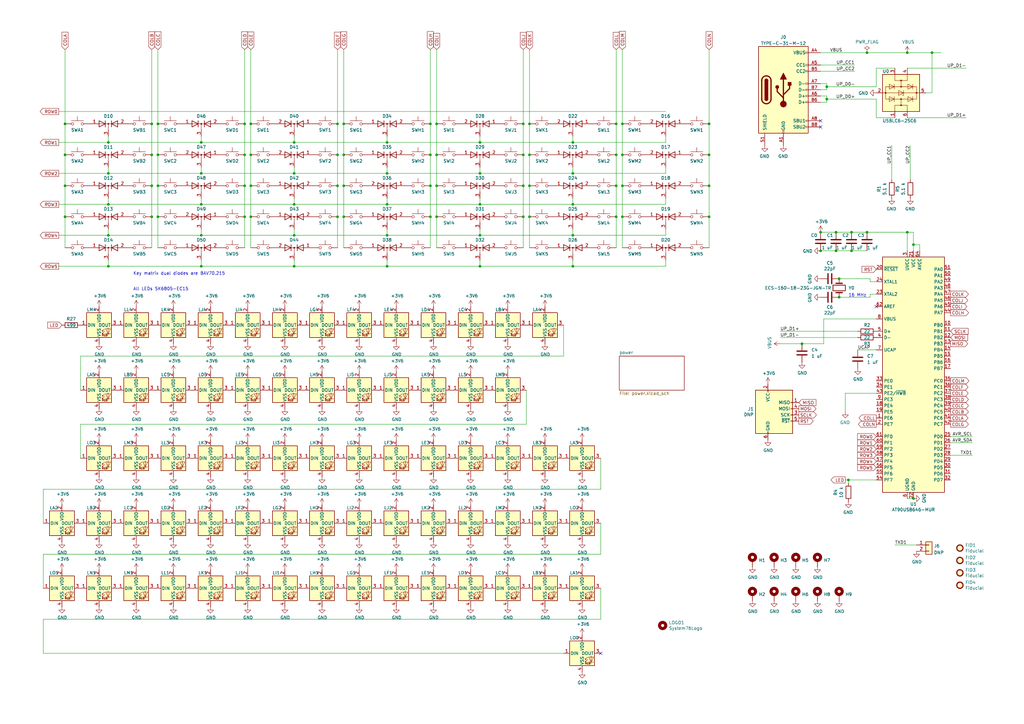
<source format=kicad_sch>
(kicad_sch (version 20210621) (generator eeschema)
  (paper "A3")
  (title_block (title "Launch") (date "2021-12-03") (rev "1.x") (company "System76"))
  (junction (at 214.63 88.9))
  (junction (at 120.65 96.52))
  (junction (at 82.55 83.82))
  (junction (at 102.87 88.9))
  (junction (at 179.07 88.9))
  (junction (at 44.45 71.12))
  (junction (at 176.53 63.5))
  (junction (at 355.6 21.59))
  (junction (at 120.65 109.22))
  (junction (at 102.87 50.8))
  (junction (at 176.53 88.9))
  (junction (at 339.09 40.64))
  (junction (at 82.55 71.12))
  (junction (at 44.45 109.22))
  (junction (at 349.25 95.25))
  (junction (at 120.65 71.12))
  (junction (at 158.75 58.42))
  (junction (at 120.65 58.42))
  (junction (at 138.43 50.8))
  (junction (at 64.77 50.8))
  (junction (at 176.53 76.2))
  (junction (at 179.07 50.8))
  (junction (at 102.87 76.2))
  (junction (at 26.67 76.2))
  (junction (at 217.17 88.9))
  (junction (at 252.73 63.5))
  (junction (at 374.65 204.47))
  (junction (at 158.75 71.12))
  (junction (at 100.33 88.9))
  (junction (at 64.77 76.2))
  (junction (at 234.95 71.12))
  (junction (at 64.77 63.5))
  (junction (at 158.75 83.82))
  (junction (at 290.83 76.2))
  (junction (at 62.23 50.8))
  (junction (at 349.25 102.87))
  (junction (at 255.27 88.9))
  (junction (at 372.11 95.25))
  (junction (at 382.27 21.59))
  (junction (at 214.63 63.5))
  (junction (at 344.17 114.3))
  (junction (at 336.55 102.87))
  (junction (at 138.43 63.5))
  (junction (at 234.95 109.22))
  (junction (at 196.85 109.22))
  (junction (at 355.6 95.25))
  (junction (at 158.75 109.22))
  (junction (at 234.95 96.52))
  (junction (at 344.17 121.92))
  (junction (at 176.53 50.8))
  (junction (at 120.65 83.82))
  (junction (at 62.23 76.2))
  (junction (at 214.63 50.8))
  (junction (at 26.67 88.9))
  (junction (at 217.17 50.8))
  (junction (at 196.85 96.52))
  (junction (at 44.45 83.82))
  (junction (at 196.85 71.12))
  (junction (at 140.97 88.9))
  (junction (at 252.73 50.8))
  (junction (at 347.98 196.85))
  (junction (at 234.95 58.42))
  (junction (at 82.55 96.52))
  (junction (at 336.55 95.25))
  (junction (at 179.07 76.2))
  (junction (at 290.83 63.5))
  (junction (at 252.73 76.2))
  (junction (at 26.67 63.5))
  (junction (at 140.97 76.2))
  (junction (at 44.45 58.42))
  (junction (at 100.33 63.5))
  (junction (at 252.73 88.9))
  (junction (at 100.33 76.2))
  (junction (at 234.95 83.82))
  (junction (at 196.85 83.82))
  (junction (at 140.97 50.8))
  (junction (at 138.43 88.9))
  (junction (at 64.77 88.9))
  (junction (at 196.85 58.42))
  (junction (at 372.11 21.59))
  (junction (at 328.93 140.97))
  (junction (at 102.87 63.5))
  (junction (at 44.45 96.52))
  (junction (at 82.55 58.42))
  (junction (at 82.55 109.22))
  (junction (at 339.09 35.56))
  (junction (at 290.83 88.9))
  (junction (at 158.75 96.52))
  (junction (at 217.17 76.2))
  (junction (at 138.43 76.2))
  (junction (at 290.83 50.8))
  (junction (at 140.97 63.5))
  (junction (at 62.23 88.9))
  (junction (at 255.27 76.2))
  (junction (at 374.65 100.33))
  (junction (at 26.67 50.8))
  (junction (at 214.63 76.2))
  (junction (at 217.17 63.5))
  (junction (at 100.33 50.8))
  (junction (at 62.23 63.5))
  (junction (at 342.9 95.25))
  (junction (at 255.27 50.8))
  (junction (at 179.07 63.5))
  (junction (at 255.27 63.5))
  (junction (at 342.9 102.87))
  (no_connect (at 246.38 267.97))
  (no_connect (at 359.41 125.73))
  (no_connect (at 336.55 52.07))
  (no_connect (at 336.55 49.53))
  (wire (pts (xy 290.83 50.8) (xy 290.83 63.5)))
  (wire (pts (xy 344.17 121.92) (xy 356.87 121.92)))
  (wire (pts (xy 120.65 96.52) (xy 158.75 96.52)))
  (wire (pts (xy 140.97 88.9) (xy 140.97 101.6)))
  (wire (pts (xy 382.27 21.59) (xy 386.08 21.59)))
  (wire (pts (xy 100.33 76.2) (xy 100.33 88.9)))
  (wire (pts (xy 342.9 95.25) (xy 336.55 95.25)))
  (wire (pts (xy 359.41 120.65) (xy 356.87 120.65)))
  (wire (pts (xy 217.17 88.9) (xy 217.17 101.6)))
  (wire (pts (xy 252.73 63.5) (xy 252.73 76.2)))
  (wire (pts (xy 64.77 76.2) (xy 64.77 88.9)))
  (wire (pts (xy 100.33 63.5) (xy 100.33 76.2)))
  (wire (pts (xy 24.13 83.82) (xy 44.45 83.82)))
  (wire (pts (xy 44.45 68.58) (xy 44.45 71.12)))
  (wire (pts (xy 44.45 55.88) (xy 44.45 58.42)))
  (wire (pts (xy 33.02 187.96) (xy 33.02 173.99)))
  (wire (pts (xy 102.87 20.32) (xy 102.87 50.8)))
  (wire (pts (xy 373.38 59.69) (xy 373.38 73.66)))
  (wire (pts (xy 102.87 76.2) (xy 102.87 88.9)))
  (wire (pts (xy 273.05 96.52) (xy 273.05 93.98)))
  (wire (pts (xy 374.65 102.87) (xy 374.65 100.33)))
  (wire (pts (xy 234.95 106.68) (xy 234.95 109.22)))
  (wire (pts (xy 82.55 55.88) (xy 82.55 58.42)))
  (wire (pts (xy 176.53 20.32) (xy 176.53 50.8)))
  (wire (pts (xy 367.03 223.52) (xy 375.92 223.52)))
  (wire (pts (xy 62.23 63.5) (xy 62.23 50.8)))
  (wire (pts (xy 138.43 20.32) (xy 138.43 50.8)))
  (wire (pts (xy 336.55 36.83) (xy 339.09 36.83)))
  (wire (pts (xy 140.97 76.2) (xy 140.97 88.9)))
  (wire (pts (xy 196.85 96.52) (xy 158.75 96.52)))
  (wire (pts (xy 196.85 109.22) (xy 234.95 109.22)))
  (wire (pts (xy 234.95 68.58) (xy 234.95 71.12)))
  (wire (pts (xy 231.14 146.05) (xy 231.14 133.35)))
  (wire (pts (xy 255.27 63.5) (xy 255.27 76.2)))
  (wire (pts (xy 273.05 83.82) (xy 273.05 81.28)))
  (wire (pts (xy 179.07 76.2) (xy 179.07 88.9)))
  (wire (pts (xy 359.41 35.56) (xy 359.41 27.94)))
  (wire (pts (xy 158.75 109.22) (xy 158.75 106.68)))
  (wire (pts (xy 355.6 102.87) (xy 349.25 102.87)))
  (wire (pts (xy 214.63 76.2) (xy 214.63 88.9)))
  (wire (pts (xy 140.97 20.32) (xy 140.97 50.8)))
  (wire (pts (xy 347.98 196.85) (xy 346.71 196.85)))
  (wire (pts (xy 382.27 38.1) (xy 382.27 21.59)))
  (wire (pts (xy 196.85 68.58) (xy 196.85 71.12)))
  (wire (pts (xy 82.55 71.12) (xy 120.65 71.12)))
  (wire (pts (xy 359.41 115.57) (xy 356.87 115.57)))
  (wire (pts (xy 215.9 173.99) (xy 215.9 160.02)))
  (wire (pts (xy 100.33 20.32) (xy 100.33 50.8)))
  (wire (pts (xy 342.9 102.87) (xy 336.55 102.87)))
  (wire (pts (xy 252.73 50.8) (xy 252.73 63.5)))
  (wire (pts (xy 44.45 83.82) (xy 82.55 83.82)))
  (wire (pts (xy 179.07 20.32) (xy 179.07 50.8)))
  (wire (pts (xy 158.75 71.12) (xy 158.75 68.58)))
  (wire (pts (xy 196.85 109.22) (xy 158.75 109.22)))
  (wire (pts (xy 44.45 106.68) (xy 44.45 109.22)))
  (wire (pts (xy 17.78 214.63) (xy 17.78 200.66)))
  (wire (pts (xy 356.87 115.57) (xy 356.87 114.3)))
  (wire (pts (xy 82.55 58.42) (xy 120.65 58.42)))
  (wire (pts (xy 336.55 41.91) (xy 339.09 41.91)))
  (wire (pts (xy 355.6 21.59) (xy 336.55 21.59)))
  (wire (pts (xy 255.27 88.9) (xy 255.27 101.6)))
  (wire (pts (xy 234.95 55.88) (xy 234.95 58.42)))
  (wire (pts (xy 339.09 35.56) (xy 339.09 36.83)))
  (wire (pts (xy 339.09 39.37) (xy 339.09 40.64)))
  (wire (pts (xy 372.11 204.47) (xy 374.65 204.47)))
  (wire (pts (xy 17.78 267.97) (xy 17.78 254)))
  (wire (pts (xy 196.85 96.52) (xy 234.95 96.52)))
  (wire (pts (xy 138.43 63.5) (xy 138.43 76.2)))
  (wire (pts (xy 82.55 106.68) (xy 82.55 109.22)))
  (wire (pts (xy 377.19 100.33) (xy 374.65 100.33)))
  (wire (pts (xy 339.09 35.56) (xy 359.41 35.56)))
  (wire (pts (xy 372.11 27.94) (xy 396.24 27.94)))
  (wire (pts (xy 24.13 96.52) (xy 44.45 96.52)))
  (wire (pts (xy 290.83 88.9) (xy 290.83 101.6)))
  (wire (pts (xy 214.63 63.5) (xy 214.63 76.2)))
  (wire (pts (xy 196.85 81.28) (xy 196.85 83.82)))
  (wire (pts (xy 62.23 20.32) (xy 62.23 50.8)))
  (wire (pts (xy 102.87 63.5) (xy 102.87 76.2)))
  (wire (pts (xy 337.82 140.97) (xy 337.82 130.81)))
  (wire (pts (xy 44.45 93.98) (xy 44.45 96.52)))
  (wire (pts (xy 44.45 109.22) (xy 82.55 109.22)))
  (wire (pts (xy 372.11 21.59) (xy 355.6 21.59)))
  (wire (pts (xy 214.63 50.8) (xy 214.63 63.5)))
  (wire (pts (xy 120.65 106.68) (xy 120.65 109.22)))
  (wire (pts (xy 290.83 20.32) (xy 290.83 50.8)))
  (wire (pts (xy 234.95 93.98) (xy 234.95 96.52)))
  (wire (pts (xy 234.95 109.22) (xy 273.05 109.22)))
  (wire (pts (xy 234.95 83.82) (xy 273.05 83.82)))
  (wire (pts (xy 24.13 45.72) (xy 273.05 45.72)))
  (wire (pts (xy 64.77 50.8) (xy 64.77 63.5)))
  (wire (pts (xy 62.23 63.5) (xy 62.23 76.2)))
  (wire (pts (xy 339.09 40.64) (xy 359.41 40.64)))
  (wire (pts (xy 138.43 50.8) (xy 138.43 63.5)))
  (wire (pts (xy 179.07 63.5) (xy 179.07 76.2)))
  (wire (pts (xy 336.55 39.37) (xy 339.09 39.37)))
  (wire (pts (xy 359.41 27.94) (xy 367.03 27.94)))
  (wire (pts (xy 176.53 88.9) (xy 176.53 101.6)))
  (wire (pts (xy 356.87 120.65) (xy 356.87 121.92)))
  (wire (pts (xy 359.41 48.26) (xy 367.03 48.26)))
  (wire (pts (xy 255.27 20.32) (xy 255.27 50.8)))
  (wire (pts (xy 44.45 71.12) (xy 82.55 71.12)))
  (wire (pts (xy 217.17 63.5) (xy 217.17 76.2)))
  (wire (pts (xy 255.27 50.8) (xy 255.27 63.5)))
  (wire (pts (xy 64.77 63.5) (xy 64.77 76.2)))
  (wire (pts (xy 120.65 93.98) (xy 120.65 96.52)))
  (wire (pts (xy 44.45 58.42) (xy 82.55 58.42)))
  (wire (pts (xy 62.23 88.9) (xy 62.23 101.6)))
  (wire (pts (xy 24.13 58.42) (xy 44.45 58.42)))
  (wire (pts (xy 320.04 140.97) (xy 328.93 140.97)))
  (wire (pts (xy 359.41 40.64) (xy 359.41 48.26)))
  (wire (pts (xy 196.85 71.12) (xy 234.95 71.12)))
  (wire (pts (xy 26.67 76.2) (xy 26.67 88.9)))
  (wire (pts (xy 82.55 83.82) (xy 120.65 83.82)))
  (wire (pts (xy 320.04 135.89) (xy 351.79 135.89)))
  (wire (pts (xy 231.14 146.05) (xy 33.02 146.05)))
  (wire (pts (xy 196.85 83.82) (xy 158.75 83.82)))
  (wire (pts (xy 17.78 227.33) (xy 246.38 227.33)))
  (wire (pts (xy 179.07 50.8) (xy 179.07 63.5)))
  (wire (pts (xy 82.55 93.98) (xy 82.55 96.52)))
  (wire (pts (xy 138.43 88.9) (xy 138.43 101.6)))
  (wire (pts (xy 350.52 29.21) (xy 336.55 29.21)))
  (wire (pts (xy 359.41 196.85) (xy 347.98 196.85)))
  (wire (pts (xy 179.07 88.9) (xy 179.07 101.6)))
  (wire (pts (xy 176.53 63.5) (xy 176.53 76.2)))
  (wire (pts (xy 17.78 254) (xy 246.38 254)))
  (wire (pts (xy 214.63 20.32) (xy 214.63 50.8)))
  (wire (pts (xy 328.93 140.97) (xy 337.82 140.97)))
  (wire (pts (xy 337.82 130.81) (xy 359.41 130.81)))
  (wire (pts (xy 252.73 20.32) (xy 252.73 50.8)))
  (wire (pts (xy 26.67 20.32) (xy 26.67 50.8)))
  (wire (pts (xy 158.75 58.42) (xy 158.75 55.88)))
  (wire (pts (xy 138.43 76.2) (xy 138.43 88.9)))
  (wire (pts (xy 377.19 102.87) (xy 377.19 100.33)))
  (wire (pts (xy 217.17 50.8) (xy 217.17 63.5)))
  (wire (pts (xy 349.25 102.87) (xy 342.9 102.87)))
  (wire (pts (xy 379.73 38.1) (xy 382.27 38.1)))
  (wire (pts (xy 102.87 88.9) (xy 102.87 101.6)))
  (wire (pts (xy 365.76 73.66) (xy 365.76 59.69)))
  (wire (pts (xy 255.27 76.2) (xy 255.27 88.9)))
  (wire (pts (xy 17.78 200.66) (xy 246.38 200.66)))
  (wire (pts (xy 196.85 106.68) (xy 196.85 109.22)))
  (wire (pts (xy 196.85 58.42) (xy 158.75 58.42)))
  (wire (pts (xy 26.67 88.9) (xy 26.67 101.6)))
  (wire (pts (xy 140.97 50.8) (xy 140.97 63.5)))
  (wire (pts (xy 158.75 83.82) (xy 158.75 81.28)))
  (wire (pts (xy 82.55 83.82) (xy 82.55 81.28)))
  (wire (pts (xy 196.85 93.98) (xy 196.85 96.52)))
  (wire (pts (xy 252.73 88.9) (xy 252.73 101.6)))
  (wire (pts (xy 26.67 63.5) (xy 26.67 76.2)))
  (wire (pts (xy 120.65 71.12) (xy 158.75 71.12)))
  (wire (pts (xy 120.65 109.22) (xy 158.75 109.22)))
  (wire (pts (xy 100.33 88.9) (xy 100.33 101.6)))
  (wire (pts (xy 246.38 227.33) (xy 246.38 214.63)))
  (wire (pts (xy 351.79 143.51) (xy 359.41 143.51)))
  (wire (pts (xy 100.33 50.8) (xy 100.33 63.5)))
  (wire (pts (xy 372.11 95.25) (xy 372.11 102.87)))
  (wire (pts (xy 33.02 173.99) (xy 215.9 173.99)))
  (wire (pts (xy 290.83 63.5) (xy 290.83 76.2)))
  (wire (pts (xy 290.83 76.2) (xy 290.83 88.9)))
  (wire (pts (xy 120.65 83.82) (xy 158.75 83.82)))
  (wire (pts (xy 246.38 254) (xy 246.38 241.3)))
  (wire (pts (xy 372.11 95.25) (xy 374.65 95.25)))
  (wire (pts (xy 355.6 95.25) (xy 372.11 95.25)))
  (wire (pts (xy 372.11 48.26) (xy 396.24 48.26)))
  (wire (pts (xy 82.55 109.22) (xy 120.65 109.22)))
  (wire (pts (xy 82.55 68.58) (xy 82.55 71.12)))
  (wire (pts (xy 246.38 200.66) (xy 246.38 187.96)))
  (wire (pts (xy 62.23 76.2) (xy 62.23 88.9)))
  (wire (pts (xy 273.05 109.22) (xy 273.05 106.68)))
  (wire (pts (xy 33.02 146.05) (xy 33.02 160.02)))
  (wire (pts (xy 44.45 81.28) (xy 44.45 83.82)))
  (wire (pts (xy 336.55 26.67) (xy 350.52 26.67)))
  (wire (pts (xy 17.78 241.3) (xy 17.78 227.33)))
  (wire (pts (xy 196.85 58.42) (xy 234.95 58.42)))
  (wire (pts (xy 120.65 55.88) (xy 120.65 58.42)))
  (wire (pts (xy 374.65 100.33) (xy 374.65 95.25)))
  (wire (pts (xy 234.95 71.12) (xy 273.05 71.12)))
  (wire (pts (xy 320.04 138.43) (xy 351.79 138.43)))
  (wire (pts (xy 140.97 63.5) (xy 140.97 76.2)))
  (wire (pts (xy 398.78 179.07) (xy 389.89 179.07)))
  (wire (pts (xy 214.63 88.9) (xy 214.63 101.6)))
  (wire (pts (xy 382.27 21.59) (xy 372.11 21.59)))
  (wire (pts (xy 234.95 81.28) (xy 234.95 83.82)))
  (wire (pts (xy 82.55 96.52) (xy 120.65 96.52)))
  (wire (pts (xy 102.87 50.8) (xy 102.87 63.5)))
  (wire (pts (xy 64.77 88.9) (xy 64.77 101.6)))
  (wire (pts (xy 398.78 181.61) (xy 389.89 181.61)))
  (wire (pts (xy 346.71 161.29) (xy 346.71 168.91)))
  (wire (pts (xy 359.41 161.29) (xy 346.71 161.29)))
  (wire (pts (xy 336.55 34.29) (xy 339.09 34.29)))
  (wire (pts (xy 158.75 96.52) (xy 158.75 93.98)))
  (wire (pts (xy 234.95 58.42) (xy 273.05 58.42)))
  (wire (pts (xy 24.13 109.22) (xy 44.45 109.22)))
  (wire (pts (xy 398.78 186.69) (xy 389.89 186.69)))
  (wire (pts (xy 120.65 81.28) (xy 120.65 83.82)))
  (wire (pts (xy 252.73 76.2) (xy 252.73 88.9)))
  (wire (pts (xy 196.85 83.82) (xy 234.95 83.82)))
  (wire (pts (xy 196.85 71.12) (xy 158.75 71.12)))
  (wire (pts (xy 176.53 50.8) (xy 176.53 63.5)))
  (wire (pts (xy 355.6 95.25) (xy 349.25 95.25)))
  (wire (pts (xy 339.09 40.64) (xy 339.09 41.91)))
  (wire (pts (xy 26.67 50.8) (xy 26.67 63.5)))
  (wire (pts (xy 349.25 95.25) (xy 342.9 95.25)))
  (wire (pts (xy 273.05 58.42) (xy 273.05 55.88)))
  (wire (pts (xy 217.17 20.32) (xy 217.17 50.8)))
  (wire (pts (xy 120.65 58.42) (xy 158.75 58.42)))
  (wire (pts (xy 273.05 71.12) (xy 273.05 68.58)))
  (wire (pts (xy 347.98 198.12) (xy 347.98 196.85)))
  (wire (pts (xy 339.09 34.29) (xy 339.09 35.56)))
  (wire (pts (xy 344.17 114.3) (xy 356.87 114.3)))
  (wire (pts (xy 176.53 76.2) (xy 176.53 88.9)))
  (wire (pts (xy 17.78 267.97) (xy 231.14 267.97)))
  (wire (pts (xy 120.65 68.58) (xy 120.65 71.12)))
  (wire (pts (xy 24.13 71.12) (xy 44.45 71.12)))
  (wire (pts (xy 217.17 76.2) (xy 217.17 88.9)))
  (wire (pts (xy 196.85 55.88) (xy 196.85 58.42)))
  (wire (pts (xy 234.95 96.52) (xy 273.05 96.52)))
  (wire (pts (xy 64.77 20.32) (xy 64.77 50.8)))
  (wire (pts (xy 44.45 96.52) (xy 82.55 96.52)))
  (text "Key matrix dual diodes are BAV70,215" (at 54.61 113.03 0) (effects (font (size 1.27 1.27)) (justify left bottom)))
  (text "All LEDs SK6805-EC15" (at 54.61 119.38 0) (effects (font (size 1.27 1.27)) (justify left bottom)))
  (text "16 MHz" (at 347.98 121.92 0) (effects (font (size 1.27 1.27)) (justify left bottom)))
  (label "UP_CC2" (at 373.38 59.69 270))
  (label "UCAP" (at 351.79 143.51 0))
  (label "VBUS" (at 340.36 21.59 0))
  (label "UP_CC1" (at 365.76 59.69 270))
  (label "UP_D1-" (at 320.04 138.43 0))
  (label "AVR_SCL" (at 398.78 179.07 180))
  (label "TXD1" (at 398.78 186.69 180))
  (label "UP_D0+" (at 342.9 40.64 0))
  (label "UP_D0-" (at 342.9 35.56 0))
  (label "UP_D1+" (at 396.24 48.26 180))
  (label "UP_D1-" (at 396.24 27.94 180))
  (label "AVR_SDA" (at 398.78 181.61 180))
  (label "UP_CC1" (at 350.52 26.67 180))
  (label "TXD1" (at 367.03 223.52 0))
  (label "UP_D1+" (at 320.04 135.89 0))
  (label "UP_CC2" (at 350.52 29.21 180))
  (global_label "ROW5" (shape input) (at 359.41 191.77 180) (property "Intersheet References" "${INTERSHEET_REFS}" (effects hide)))
  (global_label "COLL" (shape output) (at 359.41 171.45 180) (property "Intersheet References" "${INTERSHEET_REFS}" (effects hide)))
  (global_label "ROW1" (shape input) (at 359.41 181.61 180) (property "Intersheet References" "${INTERSHEET_REFS}" (effects hide)))
  (global_label "COLN" (shape input) (at 290.83 20.32 90) (property "Intersheet References" "${INTERSHEET_REFS}" (effects hide)))
  (global_label "RST" (shape output) (at 327.66 172.72 0) (property "Intersheet References" "${INTERSHEET_REFS}" (effects hide)))
  (global_label "ROW3" (shape input) (at 359.41 186.69 180) (property "Intersheet References" "${INTERSHEET_REFS}" (effects hide)))
  (global_label "COLA" (shape output) (at 389.89 171.45 0) (property "Intersheet References" "${INTERSHEET_REFS}" (effects hide)))
  (global_label "COLM" (shape output) (at 389.89 156.21 0) (property "Intersheet References" "${INTERSHEET_REFS}" (effects hide)))
  (global_label "COLB" (shape output) (at 389.89 168.91 0) (property "Intersheet References" "${INTERSHEET_REFS}" (effects hide)))
  (global_label "COLK" (shape output) (at 389.89 120.65 0) (property "Intersheet References" "${INTERSHEET_REFS}" (effects hide)))
  (global_label "LED" (shape input) (at 25.4 133.35 180) (property "Intersheet References" "${INTERSHEET_REFS}" (effects hide)))
  (global_label "ROW0" (shape output) (at 24.13 45.72 180) (property "Intersheet References" "${INTERSHEET_REFS}" (effects hide)))
  (global_label "COLL" (shape input) (at 252.73 20.32 90) (property "Intersheet References" "${INTERSHEET_REFS}" (effects hide)))
  (global_label "ROW5" (shape output) (at 24.13 109.22 180) (property "Intersheet References" "${INTERSHEET_REFS}" (effects hide)))
  (global_label "ROW1" (shape output) (at 24.13 58.42 180) (property "Intersheet References" "${INTERSHEET_REFS}" (effects hide)))
  (global_label "ROW2" (shape input) (at 359.41 184.15 180) (property "Intersheet References" "${INTERSHEET_REFS}" (effects hide)))
  (global_label "COLM" (shape input) (at 255.27 20.32 90) (property "Intersheet References" "${INTERSHEET_REFS}" (effects hide)))
  (global_label "ROW0" (shape input) (at 359.41 179.07 180) (property "Intersheet References" "${INTERSHEET_REFS}" (effects hide)))
  (global_label "SCLK" (shape output) (at 327.66 170.18 0) (property "Intersheet References" "${INTERSHEET_REFS}" (effects hide)))
  (global_label "MOSI" (shape input) (at 389.89 138.43 0) (property "Intersheet References" "${INTERSHEET_REFS}" (effects hide)))
  (global_label "MISO" (shape input) (at 327.66 165.1 0) (property "Intersheet References" "${INTERSHEET_REFS}" (effects hide)))
  (global_label "MOSI" (shape output) (at 327.66 167.64 0) (property "Intersheet References" "${INTERSHEET_REFS}" (effects hide)))
  (global_label "COLG" (shape output) (at 389.89 173.99 0) (property "Intersheet References" "${INTERSHEET_REFS}" (effects hide)))
  (global_label "SCLK" (shape input) (at 389.89 135.89 0) (property "Intersheet References" "${INTERSHEET_REFS}" (effects hide)))
  (global_label "COLN" (shape output) (at 359.41 173.99 180) (property "Intersheet References" "${INTERSHEET_REFS}" (effects hide)))
  (global_label "COLK" (shape input) (at 217.17 20.32 90) (property "Intersheet References" "${INTERSHEET_REFS}" (effects hide)))
  (global_label "COLC" (shape input) (at 64.77 20.32 90) (property "Intersheet References" "${INTERSHEET_REFS}" (effects hide)))
  (global_label "ROW2" (shape output) (at 24.13 71.12 180) (property "Intersheet References" "${INTERSHEET_REFS}" (effects hide)))
  (global_label "RST" (shape input) (at 359.41 110.49 180) (property "Intersheet References" "${INTERSHEET_REFS}" (effects hide)))
  (global_label "COLE" (shape output) (at 389.89 161.29 0) (property "Intersheet References" "${INTERSHEET_REFS}" (effects hide)))
  (global_label "LED" (shape output) (at 346.71 196.85 180) (property "Intersheet References" "${INTERSHEET_REFS}" (effects hide)))
  (global_label "ROW3" (shape output) (at 24.13 83.82 180) (property "Intersheet References" "${INTERSHEET_REFS}" (effects hide)))
  (global_label "COLJ" (shape input) (at 214.63 20.32 90) (property "Intersheet References" "${INTERSHEET_REFS}" (effects hide)))
  (global_label "COLI" (shape input) (at 179.07 20.32 90) (property "Intersheet References" "${INTERSHEET_REFS}" (effects hide)))
  (global_label "ROW4" (shape input) (at 359.41 189.23 180) (property "Intersheet References" "${INTERSHEET_REFS}" (effects hide)))
  (global_label "ROW4" (shape output) (at 24.13 96.52 180) (property "Intersheet References" "${INTERSHEET_REFS}" (effects hide)))
  (global_label "COLH" (shape output) (at 389.89 128.27 0) (property "Intersheet References" "${INTERSHEET_REFS}" (effects hide)))
  (global_label "COLF" (shape output) (at 389.89 158.75 0) (property "Intersheet References" "${INTERSHEET_REFS}" (effects hide)))
  (global_label "MISO" (shape output) (at 389.89 140.97 0) (property "Intersheet References" "${INTERSHEET_REFS}" (effects hide)))
  (global_label "COLG" (shape input) (at 140.97 20.32 90) (property "Intersheet References" "${INTERSHEET_REFS}" (effects hide)))
  (global_label "COLJ" (shape output) (at 389.89 123.19 0) (property "Intersheet References" "${INTERSHEET_REFS}" (effects hide)))
  (global_label "COLA" (shape input) (at 26.67 20.32 90) (property "Intersheet References" "${INTERSHEET_REFS}" (effects hide)))
  (global_label "COLI" (shape output) (at 389.89 125.73 0) (property "Intersheet References" "${INTERSHEET_REFS}" (effects hide)))
  (global_label "COLD" (shape output) (at 389.89 163.83 0) (property "Intersheet References" "${INTERSHEET_REFS}" (effects hide)))
  (global_label "COLF" (shape input) (at 138.43 20.32 90) (property "Intersheet References" "${INTERSHEET_REFS}" (effects hide)))
  (global_label "COLE" (shape input) (at 102.87 20.32 90) (property "Intersheet References" "${INTERSHEET_REFS}" (effects hide)))
  (global_label "COLD" (shape input) (at 100.33 20.32 90) (property "Intersheet References" "${INTERSHEET_REFS}" (effects hide)))
  (global_label "COLH" (shape input) (at 176.53 20.32 90) (property "Intersheet References" "${INTERSHEET_REFS}" (effects hide)))
  (global_label "COLB" (shape input) (at 62.23 20.32 90) (property "Intersheet References" "${INTERSHEET_REFS}" (effects hide)))
  (global_label "COLC" (shape output) (at 389.89 166.37 0) (property "Intersheet References" "${INTERSHEET_REFS}" (effects hide)))
  (symbol (lib_id "Switch:SW_Push") (at 31.75 50.8 0) (unit 1)
    (property "Reference" "SWA1" (at 31.75 53.34 0))
    (property "Value" "CPG151101S11" (effects hide))
    (property "Footprint" "Kailh:Kailh_socket_MX" (effects hide))
    (property "Manufacturer" "Kailh" (effects hide))
  )
  (symbol (lib_id "Switch:SW_Push") (at 57.15 50.8 0) (mirror y) (unit 1)
    (property "Reference" "SWB1" (at 57.15 53.34 0))
    (property "Value" "CPG151101S11" (effects hide))
    (property "Footprint" "Kailh:Kailh_socket_MX" (effects hide))
    (property "Manufacturer" "Kailh" (effects hide))
  )
  (symbol (lib_id "Switch:SW_Push") (at 69.85 50.8 0) (unit 1)
    (property "Reference" "SWC1" (at 69.85 53.34 0))
    (property "Value" "CPG151101S11" (effects hide))
    (property "Footprint" "Kailh:Kailh_socket_MX" (effects hide))
    (property "Manufacturer" "Kailh" (effects hide))
  )
  (symbol (lib_id "Switch:SW_Push") (at 95.25 50.8 0) (mirror y) (unit 1)
    (property "Reference" "SWD1" (at 95.25 53.34 0))
    (property "Value" "CPG151101S11" (effects hide))
    (property "Footprint" "Kailh:Kailh_socket_MX" (effects hide))
    (property "Manufacturer" "Kailh" (effects hide))
  )
  (symbol (lib_id "Switch:SW_Push") (at 107.95 50.8 0) (unit 1)
    (property "Reference" "SWE1" (at 107.95 53.34 0))
    (property "Value" "CPG151101S11" (effects hide))
    (property "Footprint" "Kailh:Kailh_socket_MX" (effects hide))
    (property "Manufacturer" "Kailh" (effects hide))
  )
  (symbol (lib_id "Switch:SW_Push") (at 133.35 50.8 0) (mirror y) (unit 1)
    (property "Reference" "SWF1" (at 133.35 53.34 0))
    (property "Value" "CPG151101S11" (effects hide))
    (property "Footprint" "Kailh:Kailh_socket_MX" (effects hide))
    (property "Manufacturer" "Kailh" (effects hide))
  )
  (symbol (lib_id "Switch:SW_Push") (at 146.05 50.8 0) (unit 1)
    (property "Reference" "SWG1" (at 146.05 53.34 0))
    (property "Value" "CPG151101S11" (effects hide))
    (property "Footprint" "Kailh:Kailh_socket_MX" (effects hide))
    (property "Manufacturer" "Kailh" (effects hide))
  )
  (symbol (lib_id "Switch:SW_Push") (at 171.45 50.8 0) (mirror y) (unit 1)
    (property "Reference" "SWH1" (at 171.45 53.34 0))
    (property "Value" "CPG151101S11" (effects hide))
    (property "Footprint" "Kailh:Kailh_socket_MX" (effects hide))
    (property "Manufacturer" "Kailh" (effects hide))
  )
  (symbol (lib_id "Switch:SW_Push") (at 184.15 50.8 0) (unit 1)
    (property "Reference" "SWI1" (at 184.15 53.34 0))
    (property "Value" "CPG151101S11" (effects hide))
    (property "Footprint" "Kailh:Kailh_socket_MX" (effects hide))
    (property "Manufacturer" "Kailh" (effects hide))
  )
  (symbol (lib_id "Switch:SW_Push") (at 209.55 50.8 0) (mirror y) (unit 1)
    (property "Reference" "SWJ1" (at 209.55 53.34 0))
    (property "Value" "CPG151101S11" (effects hide))
    (property "Footprint" "Kailh:Kailh_socket_MX" (effects hide))
    (property "Manufacturer" "Kailh" (effects hide))
  )
  (symbol (lib_id "Switch:SW_Push") (at 222.25 50.8 0) (unit 1)
    (property "Reference" "SWK1" (at 222.25 53.34 0))
    (property "Value" "CPG151101S11" (effects hide))
    (property "Footprint" "Kailh:Kailh_socket_MX" (effects hide))
    (property "Manufacturer" "Kailh" (effects hide))
  )
  (symbol (lib_id "Switch:SW_Push") (at 247.65 50.8 0) (mirror y) (unit 1)
    (property "Reference" "SWL1" (at 247.65 53.34 0))
    (property "Value" "CPG151101S11" (effects hide))
    (property "Footprint" "Kailh:Kailh_socket_MX" (effects hide))
    (property "Manufacturer" "Kailh" (effects hide))
  )
  (symbol (lib_id "Switch:SW_Push") (at 260.35 50.8 0) (unit 1)
    (property "Reference" "SWM1" (at 260.35 53.34 0))
    (property "Value" "CPG151101S11" (effects hide))
    (property "Footprint" "Kailh:Kailh_socket_MX" (effects hide))
    (property "Manufacturer" "Kailh" (effects hide))
  )
  (symbol (lib_id "Switch:SW_Push") (at 285.75 50.8 0) (mirror y) (unit 1)
    (property "Reference" "SWN1" (at 285.75 53.34 0))
    (property "Value" "CPG151101S11" (effects hide))
    (property "Footprint" "Kailh:Kailh_socket_MX" (effects hide))
    (property "Manufacturer" "Kailh" (effects hide))
  )
  (symbol (lib_id "Switch:SW_Push") (at 285.75 63.5 0) (mirror y) (unit 1)
    (property "Reference" "SWN2" (at 285.75 66.04 0))
    (property "Value" "CPG151101S11" (effects hide))
    (property "Footprint" "Kailh:Kailh_socket_MX" (effects hide))
    (property "Manufacturer" "Kailh" (effects hide))
  )
  (symbol (lib_id "Switch:SW_Push") (at 260.35 63.5 0) (unit 1)
    (property "Reference" "SWM2" (at 260.35 66.04 0))
    (property "Value" "CPG151101S11" (effects hide))
    (property "Footprint" "Kailh:Kailh_socket_MX" (effects hide))
    (property "Manufacturer" "Kailh" (effects hide))
  )
  (symbol (lib_id "Switch:SW_Push") (at 247.65 63.5 0) (mirror y) (unit 1)
    (property "Reference" "SWL2" (at 247.65 66.04 0))
    (property "Value" "CPG151101S11" (effects hide))
    (property "Footprint" "Kailh:Kailh_socket_MX" (effects hide))
    (property "Manufacturer" "Kailh" (effects hide))
  )
  (symbol (lib_id "Switch:SW_Push") (at 222.25 63.5 0) (unit 1)
    (property "Reference" "SWK2" (at 222.25 66.04 0))
    (property "Value" "CPG151101S11" (effects hide))
    (property "Footprint" "Kailh:Kailh_socket_MX" (effects hide))
    (property "Manufacturer" "Kailh" (effects hide))
  )
  (symbol (lib_id "Switch:SW_Push") (at 209.55 63.5 0) (mirror y) (unit 1)
    (property "Reference" "SWJ2" (at 209.55 66.04 0))
    (property "Value" "CPG151101S11" (effects hide))
    (property "Footprint" "Kailh:Kailh_socket_MX" (effects hide))
    (property "Manufacturer" "Kailh" (effects hide))
  )
  (symbol (lib_id "Switch:SW_Push") (at 285.75 76.2 0) (mirror y) (unit 1)
    (property "Reference" "SWN3" (at 285.75 78.74 0))
    (property "Value" "CPG151101S11" (effects hide))
    (property "Footprint" "Kailh:Kailh_socket_MX" (effects hide))
    (property "Manufacturer" "Kailh" (effects hide))
  )
  (symbol (lib_id "Switch:SW_Push") (at 285.75 88.9 0) (mirror y) (unit 1)
    (property "Reference" "SWN4" (at 285.75 91.44 0))
    (property "Value" "CPG151101S11" (effects hide))
    (property "Footprint" "Kailh:Kailh_socket_MX" (effects hide))
    (property "Manufacturer" "Kailh" (effects hide))
  )
  (symbol (lib_id "Switch:SW_Push") (at 285.75 101.6 0) (mirror y) (unit 1)
    (property "Reference" "SWN5" (at 285.75 104.14 0))
    (property "Value" "CPG151101S11" (effects hide))
    (property "Footprint" "Kailh:Kailh_socket_MX" (effects hide))
    (property "Manufacturer" "Kailh" (effects hide))
  )
  (symbol (lib_id "Switch:SW_Push") (at 133.35 101.6 0) (mirror y) (unit 1)
    (property "Reference" "SWF5" (at 133.35 104.14 0))
    (property "Value" "CPG151101S11" (effects hide))
    (property "Footprint" "Kailh:Kailh_socket_MX" (effects hide))
    (property "Manufacturer" "Kailh" (effects hide))
  )
  (symbol (lib_id "Switch:SW_Push") (at 260.35 76.2 0) (unit 1)
    (property "Reference" "SWM3" (at 260.35 78.74 0))
    (property "Value" "CPG151101S11" (effects hide))
    (property "Footprint" "Kailh:Kailh_socket_MX" (effects hide))
    (property "Manufacturer" "Kailh" (effects hide))
  )
  (symbol (lib_id "Switch:SW_Push") (at 247.65 76.2 0) (mirror y) (unit 1)
    (property "Reference" "SWL3" (at 247.65 78.74 0))
    (property "Value" "CPG151101S11" (effects hide))
    (property "Footprint" "Kailh:Kailh_socket_MX" (effects hide))
    (property "Manufacturer" "Kailh" (effects hide))
  )
  (symbol (lib_id "Switch:SW_Push") (at 222.25 76.2 0) (unit 1)
    (property "Reference" "SWK3" (at 222.25 78.74 0))
    (property "Value" "CPG151101S11" (effects hide))
    (property "Footprint" "Kailh:Kailh_socket_MX" (effects hide))
    (property "Manufacturer" "Kailh" (effects hide))
  )
  (symbol (lib_id "Switch:SW_Push") (at 260.35 88.9 0) (unit 1)
    (property "Reference" "SWM4" (at 260.35 91.44 0))
    (property "Value" "CPG151101S11" (effects hide))
    (property "Footprint" "Kailh:Kailh_socket_MX" (effects hide))
    (property "Manufacturer" "Kailh" (effects hide))
  )
  (symbol (lib_id "Switch:SW_Push") (at 247.65 88.9 0) (mirror y) (unit 1)
    (property "Reference" "SWL4" (at 247.65 91.44 0))
    (property "Value" "CPG151101S11" (effects hide))
    (property "Footprint" "Kailh:Kailh_socket_MX" (effects hide))
    (property "Manufacturer" "Kailh" (effects hide))
  )
  (symbol (lib_id "Switch:SW_Push") (at 222.25 88.9 0) (unit 1)
    (property "Reference" "SWK4" (at 222.25 91.44 0))
    (property "Value" "CPG151101S11" (effects hide))
    (property "Footprint" "Kailh:Kailh_socket_MX" (effects hide))
    (property "Manufacturer" "Kailh" (effects hide))
  )
  (symbol (lib_id "Switch:SW_Push") (at 209.55 88.9 0) (mirror y) (unit 1)
    (property "Reference" "SWJ4" (at 209.55 91.44 0))
    (property "Value" "CPG151101S11" (effects hide))
    (property "Footprint" "Kailh:Kailh_socket_MX" (effects hide))
    (property "Manufacturer" "Kailh" (effects hide))
  )
  (symbol (lib_id "Switch:SW_Push") (at 209.55 76.2 0) (mirror y) (unit 1)
    (property "Reference" "SWJ3" (at 209.55 78.74 0))
    (property "Value" "CPG151101S11" (effects hide))
    (property "Footprint" "Kailh:Kailh_socket_MX" (effects hide))
    (property "Manufacturer" "Kailh" (effects hide))
  )
  (symbol (lib_id "Switch:SW_Push") (at 184.15 76.2 0) (unit 1)
    (property "Reference" "SWI3" (at 184.15 78.74 0))
    (property "Value" "CPG151101S11" (effects hide))
    (property "Footprint" "Kailh:Kailh_socket_MX" (effects hide))
    (property "Manufacturer" "Kailh" (effects hide))
  )
  (symbol (lib_id "Switch:SW_Push") (at 184.15 63.5 0) (unit 1)
    (property "Reference" "SWI2" (at 184.15 66.04 0))
    (property "Value" "CPG151101S11" (effects hide))
    (property "Footprint" "Kailh:Kailh_socket_MX" (effects hide))
    (property "Manufacturer" "Kailh" (effects hide))
  )
  (symbol (lib_id "Switch:SW_Push") (at 171.45 63.5 0) (mirror y) (unit 1)
    (property "Reference" "SWH2" (at 171.45 66.04 0))
    (property "Value" "CPG151101S11" (effects hide))
    (property "Footprint" "Kailh:Kailh_socket_MX" (effects hide))
    (property "Manufacturer" "Kailh" (effects hide))
  )
  (symbol (lib_id "Switch:SW_Push") (at 171.45 76.2 0) (mirror y) (unit 1)
    (property "Reference" "SWH3" (at 171.45 78.74 0))
    (property "Value" "CPG151101S11" (effects hide))
    (property "Footprint" "Kailh:Kailh_socket_MX" (effects hide))
    (property "Manufacturer" "Kailh" (effects hide))
  )
  (symbol (lib_id "Switch:SW_Push") (at 184.15 88.9 0) (unit 1)
    (property "Reference" "SWI4" (at 184.15 91.44 0))
    (property "Value" "CPG151101S11" (effects hide))
    (property "Footprint" "Kailh:Kailh_socket_MX" (effects hide))
    (property "Manufacturer" "Kailh" (effects hide))
  )
  (symbol (lib_id "Switch:SW_Push") (at 260.35 101.6 0) (unit 1)
    (property "Reference" "SWM5" (at 260.35 104.14 0))
    (property "Value" "CPG151101S11" (effects hide))
    (property "Footprint" "Kailh:Kailh_socket_MX" (effects hide))
    (property "Manufacturer" "Kailh" (effects hide))
  )
  (symbol (lib_id "Switch:SW_Push") (at 247.65 101.6 0) (mirror y) (unit 1)
    (property "Reference" "SWL5" (at 247.65 104.14 0))
    (property "Value" "CPG151101S11" (effects hide))
    (property "Footprint" "Kailh:Kailh_socket_MX" (effects hide))
    (property "Manufacturer" "Kailh" (effects hide))
  )
  (symbol (lib_id "Switch:SW_Push") (at 222.25 101.6 0) (unit 1)
    (property "Reference" "SWK5" (at 222.25 104.14 0))
    (property "Value" "CPG151101S11" (effects hide))
    (property "Footprint" "Kailh:Kailh_socket_MX" (effects hide))
    (property "Manufacturer" "Kailh" (effects hide))
  )
  (symbol (lib_id "Switch:SW_Push") (at 209.55 101.6 0) (mirror y) (unit 1)
    (property "Reference" "SWJ5" (at 209.55 104.14 0))
    (property "Value" "CPG151101S11" (effects hide))
    (property "Footprint" "Kailh:Kailh_socket_MX" (effects hide))
    (property "Manufacturer" "Kailh" (effects hide))
  )
  (symbol (lib_id "Switch:SW_Push") (at 184.15 101.6 0) (unit 1)
    (property "Reference" "SWI5" (at 184.15 104.14 0))
    (property "Value" "CPG151101S11" (effects hide))
    (property "Footprint" "Kailh:Kailh_socket_MX" (effects hide))
    (property "Manufacturer" "Kailh" (effects hide))
  )
  (symbol (lib_id "Switch:SW_Push") (at 171.45 101.6 0) (mirror y) (unit 1)
    (property "Reference" "SWH5" (at 171.45 104.14 0))
    (property "Value" "CPG151101S11" (effects hide))
    (property "Footprint" "Kailh:Kailh_socket_MX" (effects hide))
    (property "Manufacturer" "Kailh" (effects hide))
  )
  (symbol (lib_id "Switch:SW_Push") (at 171.45 88.9 0) (mirror y) (unit 1)
    (property "Reference" "SWH4" (at 171.45 91.44 0))
    (property "Value" "CPG151101S11" (effects hide))
    (property "Footprint" "Kailh:Kailh_socket_MX" (effects hide))
    (property "Manufacturer" "Kailh" (effects hide))
  )
  (symbol (lib_id "Switch:SW_Push") (at 146.05 88.9 0) (unit 1)
    (property "Reference" "SWG4" (at 146.05 91.44 0))
    (property "Value" "CPG151101S11" (effects hide))
    (property "Footprint" "Kailh:Kailh_socket_MX" (effects hide))
    (property "Manufacturer" "Kailh" (effects hide))
  )
  (symbol (lib_id "Switch:SW_Push") (at 146.05 76.2 0) (unit 1)
    (property "Reference" "SWG3" (at 146.05 78.74 0))
    (property "Value" "CPG151101S11" (effects hide))
    (property "Footprint" "Kailh:Kailh_socket_MX" (effects hide))
    (property "Manufacturer" "Kailh" (effects hide))
  )
  (symbol (lib_id "Switch:SW_Push") (at 146.05 63.5 0) (unit 1)
    (property "Reference" "SWG2" (at 146.05 66.04 0))
    (property "Value" "CPG151101S11" (effects hide))
    (property "Footprint" "Kailh:Kailh_socket_MX" (effects hide))
    (property "Manufacturer" "Kailh" (effects hide))
  )
  (symbol (lib_id "Switch:SW_Push") (at 133.35 63.5 0) (mirror y) (unit 1)
    (property "Reference" "SWF2" (at 133.35 66.04 0))
    (property "Value" "CPG151101S11" (effects hide))
    (property "Footprint" "Kailh:Kailh_socket_MX" (effects hide))
    (property "Manufacturer" "Kailh" (effects hide))
  )
  (symbol (lib_id "Switch:SW_Push") (at 133.35 76.2 0) (mirror y) (unit 1)
    (property "Reference" "SWF3" (at 133.35 78.74 0))
    (property "Value" "CPG151101S11" (effects hide))
    (property "Footprint" "Kailh:Kailh_socket_MX" (effects hide))
    (property "Manufacturer" "Kailh" (effects hide))
  )
  (symbol (lib_id "Switch:SW_Push") (at 133.35 88.9 0) (mirror y) (unit 1)
    (property "Reference" "SWF4" (at 133.35 91.44 0))
    (property "Value" "CPG151101S11" (effects hide))
    (property "Footprint" "Kailh:Kailh_socket_MX" (effects hide))
    (property "Manufacturer" "Kailh" (effects hide))
  )
  (symbol (lib_id "Switch:SW_Push") (at 146.05 101.6 0) (unit 1)
    (property "Reference" "SWG5" (at 146.05 104.14 0))
    (property "Value" "CPG151101S11" (effects hide))
    (property "Footprint" "Kailh:Kailh_socket_MX" (effects hide))
    (property "Manufacturer" "Kailh" (effects hide))
  )
  (symbol (lib_id "Switch:SW_Push") (at 107.95 101.6 0) (unit 1)
    (property "Reference" "SWE5" (at 107.95 104.14 0))
    (property "Value" "CPG151101S11" (effects hide))
    (property "Footprint" "Kailh:Kailh_socket_MX" (effects hide))
    (property "Manufacturer" "Kailh" (effects hide))
  )
  (symbol (lib_id "Switch:SW_Push") (at 107.95 88.9 0) (unit 1)
    (property "Reference" "SWE4" (at 107.95 91.44 0))
    (property "Value" "CPG151101S11" (effects hide))
    (property "Footprint" "Kailh:Kailh_socket_MX" (effects hide))
    (property "Manufacturer" "Kailh" (effects hide))
  )
  (symbol (lib_id "Switch:SW_Push") (at 95.25 88.9 0) (mirror y) (unit 1)
    (property "Reference" "SWD4" (at 95.25 91.44 0))
    (property "Value" "CPG151101S11" (effects hide))
    (property "Footprint" "Kailh:Kailh_socket_MX" (effects hide))
    (property "Manufacturer" "Kailh" (effects hide))
  )
  (symbol (lib_id "Switch:SW_Push") (at 107.95 76.2 0) (unit 1)
    (property "Reference" "SWE3" (at 107.95 78.74 0))
    (property "Value" "CPG151101S11" (effects hide))
    (property "Footprint" "Kailh:Kailh_socket_MX" (effects hide))
    (property "Manufacturer" "Kailh" (effects hide))
  )
  (symbol (lib_id "Switch:SW_Push") (at 107.95 63.5 0) (unit 1)
    (property "Reference" "SWE2" (at 107.95 66.04 0))
    (property "Value" "CPG151101S11" (effects hide))
    (property "Footprint" "Kailh:Kailh_socket_MX" (effects hide))
    (property "Manufacturer" "Kailh" (effects hide))
  )
  (symbol (lib_id "Switch:SW_Push") (at 95.25 63.5 0) (mirror y) (unit 1)
    (property "Reference" "SWD2" (at 95.25 66.04 0))
    (property "Value" "CPG151101S11" (effects hide))
    (property "Footprint" "Kailh:Kailh_socket_MX" (effects hide))
    (property "Manufacturer" "Kailh" (effects hide))
  )
  (symbol (lib_id "Switch:SW_Push") (at 69.85 63.5 0) (unit 1)
    (property "Reference" "SWC2" (at 69.85 66.04 0))
    (property "Value" "CPG151101S11" (effects hide))
    (property "Footprint" "Kailh:Kailh_socket_MX" (effects hide))
    (property "Manufacturer" "Kailh" (effects hide))
  )
  (symbol (lib_id "Switch:SW_Push") (at 57.15 63.5 0) (mirror y) (unit 1)
    (property "Reference" "SWB2" (at 57.15 66.04 0))
    (property "Value" "CPG151101S11" (effects hide))
    (property "Footprint" "Kailh:Kailh_socket_MX" (effects hide))
    (property "Manufacturer" "Kailh" (effects hide))
  )
  (symbol (lib_id "Switch:SW_Push") (at 31.75 63.5 0) (unit 1)
    (property "Reference" "SWA2" (at 31.75 66.04 0))
    (property "Value" "CPG151101S11" (effects hide))
    (property "Footprint" "Kailh:Kailh_socket_MX" (effects hide))
    (property "Manufacturer" "Kailh" (effects hide))
  )
  (symbol (lib_id "Switch:SW_Push") (at 31.75 76.2 0) (unit 1)
    (property "Reference" "SWA3" (at 31.75 78.74 0))
    (property "Value" "CPG151101S11" (effects hide))
    (property "Footprint" "Kailh:Kailh_socket_MX" (effects hide))
    (property "Manufacturer" "Kailh" (effects hide))
  )
  (symbol (lib_id "Switch:SW_Push") (at 31.75 88.9 0) (unit 1)
    (property "Reference" "SWA4" (at 31.75 91.44 0))
    (property "Value" "CPG151101S11" (effects hide))
    (property "Footprint" "Kailh:Kailh_socket_MX" (effects hide))
    (property "Manufacturer" "Kailh" (effects hide))
  )
  (symbol (lib_id "Switch:SW_Push") (at 57.15 76.2 0) (mirror y) (unit 1)
    (property "Reference" "SWB3" (at 57.15 78.74 0))
    (property "Value" "CPG151101S11" (effects hide))
    (property "Footprint" "Kailh:Kailh_socket_MX" (effects hide))
    (property "Manufacturer" "Kailh" (effects hide))
  )
  (symbol (lib_id "Switch:SW_Push") (at 69.85 76.2 0) (unit 1)
    (property "Reference" "SWC3" (at 69.85 78.74 0))
    (property "Value" "CPG151101S11" (effects hide))
    (property "Footprint" "Kailh:Kailh_socket_MX" (effects hide))
    (property "Manufacturer" "Kailh" (effects hide))
  )
  (symbol (lib_id "Switch:SW_Push") (at 95.25 76.2 0) (mirror y) (unit 1)
    (property "Reference" "SWD3" (at 95.25 78.74 0))
    (property "Value" "CPG151101S11" (effects hide))
    (property "Footprint" "Kailh:Kailh_socket_MX" (effects hide))
    (property "Manufacturer" "Kailh" (effects hide))
  )
  (symbol (lib_id "Switch:SW_Push") (at 69.85 88.9 0) (unit 1)
    (property "Reference" "SWC4" (at 69.85 91.44 0))
    (property "Value" "CPG151101S11" (effects hide))
    (property "Footprint" "Kailh:Kailh_socket_MX" (effects hide))
    (property "Manufacturer" "Kailh" (effects hide))
  )
  (symbol (lib_id "Switch:SW_Push") (at 57.15 88.9 0) (mirror y) (unit 1)
    (property "Reference" "SWB4" (at 57.15 91.44 0))
    (property "Value" "CPG151101S11" (effects hide))
    (property "Footprint" "Kailh:Kailh_socket_MX" (effects hide))
    (property "Manufacturer" "Kailh" (effects hide))
  )
  (symbol (lib_id "Switch:SW_Push") (at 31.75 101.6 0) (unit 1)
    (property "Reference" "SWA5" (at 31.75 104.14 0))
    (property "Value" "CPG151101S11" (effects hide))
    (property "Footprint" "Kailh:Kailh_socket_MX" (effects hide))
    (property "Manufacturer" "Kailh" (effects hide))
  )
  (symbol (lib_id "Switch:SW_Push") (at 57.15 101.6 0) (mirror y) (unit 1)
    (property "Reference" "SWB5" (at 57.15 104.14 0))
    (property "Value" "CPG151101S11" (effects hide))
    (property "Footprint" "Kailh:Kailh_socket_MX" (effects hide))
    (property "Manufacturer" "Kailh" (effects hide))
  )
  (symbol (lib_id "Switch:SW_Push") (at 69.85 101.6 0) (unit 1)
    (property "Reference" "SWC5" (at 69.85 104.14 0))
    (property "Value" "CPG151101S11" (effects hide))
    (property "Footprint" "Kailh:Kailh_socket_MX" (effects hide))
    (property "Manufacturer" "Kailh" (effects hide))
  )
  (symbol (lib_id "Switch:SW_Push") (at 95.25 101.6 0) (mirror y) (unit 1)
    (property "Reference" "SWD5" (at 95.25 104.14 0))
    (property "Value" "CPG151101S11" (effects hide))
    (property "Footprint" "Kailh:Kailh_socket_MX" (effects hide))
    (property "Manufacturer" "Kailh" (effects hide))
  )
  (symbol (lib_id "Connector:AVR-ISP-6") (at 317.5 170.18 0) (unit 1) (in_bom no)
    (property "Reference" "J1" (at 309.1434 167.7416 0) (effects (justify right)))
    (property "Value" "DNP" (at 309.1434 170.053 0) (effects (justify right)))
    (property "Footprint" "Connector:Tag-Connect_TC2030-IDC-FP_2x03_P1.27mm_Vertical" (effects hide))
    (property "Datasheet" " ~" (effects hide))
  )
  (symbol (lib_id "power:GND") (at 314.96 180.34 0) (unit 1)
    (property "Reference" "#PWR0148" (effects hide))
    (property "Value" "GND" (at 315.087 184.7342 0))
  )
  (symbol (lib_id "power:GND") (at 374.65 204.47 90) (unit 1)
    (property "Reference" "#PWR0107" (effects hide))
    (property "Value" "GND" (at 379.0442 204.343 0))
  )
  (symbol (lib_id "Device:R") (at 355.6 138.43 90) (unit 1)
    (property "Reference" "R3" (at 355.6 140.97 90))
    (property "Value" "22" (at 355.6 138.43 90))
    (property "Footprint" "launch:R_0402_1005Metric" (effects hide))
    (property "Manufacturer" "Generic 1% resistor" (effects hide))
  )
  (symbol (lib_id "Device:R") (at 355.6 135.89 270) (unit 1)
    (property "Reference" "R2" (at 355.6 133.35 90))
    (property "Value" "22" (at 355.6 135.89 90))
    (property "Footprint" "launch:R_0402_1005Metric" (effects hide))
    (property "Manufacturer" "Generic 1% resistor" (effects hide))
  )
  (symbol (lib_id "power:GND") (at 238.76 275.59 0) (unit 1)
    (property "Reference" "#PWR030" (effects hide))
    (property "Value" "GND" (at 238.887 279.9842 0))
  )
  (symbol (lib_id "launch:SK6805-EC15") (at 238.76 267.97 0) (unit 1)
    (property "Reference" "LO0" (at 233.68 261.62 0) (effects (justify left)))
    (property "Value" "SK6805-EC15" (effects hide))
    (property "Footprint" "launch:LED_SK6805-EC15" (effects hide))
    (property "Datasheet" "$KIPRJMOD/../pcb/docs/SK6805-EC15.pdf" (effects hide))
  )
  (symbol (lib_id "power:GND") (at 238.76 248.92 0) (unit 1)
    (property "Reference" "#PWR046" (effects hide))
    (property "Value" "GND" (at 238.887 253.3142 0))
  )
  (symbol (lib_id "launch:SK6805-EC15") (at 238.76 241.3 0) (unit 1)
    (property "Reference" "LA1" (at 233.68 234.95 0) (effects (justify left)))
    (property "Value" "SK6805-EC15" (effects hide))
    (property "Footprint" "launch:LED_SK6805-EC15" (effects hide))
    (property "Datasheet" "$KIPRJMOD/../pcb/docs/SK6805-EC15.pdf" (effects hide))
  )
  (symbol (lib_id "power:GND") (at 223.52 248.92 0) (unit 1)
    (property "Reference" "#PWR047" (effects hide))
    (property "Value" "GND" (at 223.647 253.3142 0))
  )
  (symbol (lib_id "launch:SK6805-EC15") (at 223.52 241.3 0) (unit 1)
    (property "Reference" "LB1" (at 218.44 234.95 0) (effects (justify left)))
    (property "Value" "SK6805-EC15" (effects hide))
    (property "Footprint" "launch:LED_SK6805-EC15" (effects hide))
    (property "Datasheet" "$KIPRJMOD/../pcb/docs/SK6805-EC15.pdf" (effects hide))
  )
  (symbol (lib_id "power:GND") (at 208.28 248.92 0) (unit 1)
    (property "Reference" "#PWR048" (effects hide))
    (property "Value" "GND" (at 208.407 253.3142 0))
  )
  (symbol (lib_id "launch:SK6805-EC15") (at 208.28 241.3 0) (unit 1)
    (property "Reference" "LC1" (at 203.2 234.95 0) (effects (justify left)))
    (property "Value" "SK6805-EC15" (effects hide))
    (property "Footprint" "launch:LED_SK6805-EC15" (effects hide))
    (property "Datasheet" "$KIPRJMOD/../pcb/docs/SK6805-EC15.pdf" (effects hide))
  )
  (symbol (lib_id "power:GND") (at 193.04 248.92 0) (unit 1)
    (property "Reference" "#PWR049" (effects hide))
    (property "Value" "GND" (at 193.167 253.3142 0))
  )
  (symbol (lib_id "launch:SK6805-EC15") (at 193.04 241.3 0) (unit 1)
    (property "Reference" "LD1" (at 187.96 234.95 0) (effects (justify left)))
    (property "Value" "SK6805-EC15" (effects hide))
    (property "Footprint" "launch:LED_SK6805-EC15" (effects hide))
    (property "Datasheet" "$KIPRJMOD/../pcb/docs/SK6805-EC15.pdf" (effects hide))
  )
  (symbol (lib_id "power:GND") (at 177.8 248.92 0) (unit 1)
    (property "Reference" "#PWR050" (effects hide))
    (property "Value" "GND" (at 177.927 253.3142 0))
  )
  (symbol (lib_id "launch:SK6805-EC15") (at 177.8 241.3 0) (unit 1)
    (property "Reference" "LE1" (at 172.72 234.95 0) (effects (justify left)))
    (property "Value" "SK6805-EC15" (effects hide))
    (property "Footprint" "launch:LED_SK6805-EC15" (effects hide))
    (property "Datasheet" "$KIPRJMOD/../pcb/docs/SK6805-EC15.pdf" (effects hide))
  )
  (symbol (lib_id "power:GND") (at 162.56 248.92 0) (unit 1)
    (property "Reference" "#PWR051" (effects hide))
    (property "Value" "GND" (at 162.687 253.3142 0))
  )
  (symbol (lib_id "launch:SK6805-EC15") (at 162.56 241.3 0) (unit 1)
    (property "Reference" "LF1" (at 157.48 234.95 0) (effects (justify left)))
    (property "Value" "SK6805-EC15" (effects hide))
    (property "Footprint" "launch:LED_SK6805-EC15" (effects hide))
    (property "Datasheet" "$KIPRJMOD/../pcb/docs/SK6805-EC15.pdf" (effects hide))
  )
  (symbol (lib_id "power:GND") (at 147.32 248.92 0) (unit 1)
    (property "Reference" "#PWR052" (effects hide))
    (property "Value" "GND" (at 147.447 253.3142 0))
  )
  (symbol (lib_id "launch:SK6805-EC15") (at 147.32 241.3 0) (unit 1)
    (property "Reference" "LG1" (at 142.24 234.95 0) (effects (justify left)))
    (property "Value" "SK6805-EC15" (effects hide))
    (property "Footprint" "launch:LED_SK6805-EC15" (effects hide))
    (property "Datasheet" "$KIPRJMOD/../pcb/docs/SK6805-EC15.pdf" (effects hide))
  )
  (symbol (lib_id "power:GND") (at 132.08 248.92 0) (unit 1)
    (property "Reference" "#PWR053" (effects hide))
    (property "Value" "GND" (at 132.207 253.3142 0))
  )
  (symbol (lib_id "launch:SK6805-EC15") (at 132.08 241.3 0) (unit 1)
    (property "Reference" "LH1" (at 127 234.95 0) (effects (justify left)))
    (property "Value" "SK6805-EC15" (effects hide))
    (property "Footprint" "launch:LED_SK6805-EC15" (effects hide))
    (property "Datasheet" "$KIPRJMOD/../pcb/docs/SK6805-EC15.pdf" (effects hide))
  )
  (symbol (lib_id "power:GND") (at 116.84 248.92 0) (unit 1)
    (property "Reference" "#PWR054" (effects hide))
    (property "Value" "GND" (at 116.967 253.3142 0))
  )
  (symbol (lib_id "launch:SK6805-EC15") (at 116.84 241.3 0) (unit 1)
    (property "Reference" "LI1" (at 111.76 234.95 0) (effects (justify left)))
    (property "Value" "SK6805-EC15" (effects hide))
    (property "Footprint" "launch:LED_SK6805-EC15" (effects hide))
    (property "Datasheet" "$KIPRJMOD/../pcb/docs/SK6805-EC15.pdf" (effects hide))
  )
  (symbol (lib_id "power:GND") (at 101.6 248.92 0) (unit 1)
    (property "Reference" "#PWR055" (effects hide))
    (property "Value" "GND" (at 101.727 253.3142 0))
  )
  (symbol (lib_id "launch:SK6805-EC15") (at 101.6 241.3 0) (unit 1)
    (property "Reference" "LJ1" (at 96.52 234.95 0) (effects (justify left)))
    (property "Value" "SK6805-EC15" (effects hide))
    (property "Footprint" "launch:LED_SK6805-EC15" (effects hide))
    (property "Datasheet" "$KIPRJMOD/../pcb/docs/SK6805-EC15.pdf" (effects hide))
  )
  (symbol (lib_id "power:GND") (at 86.36 248.92 0) (unit 1)
    (property "Reference" "#PWR056" (effects hide))
    (property "Value" "GND" (at 86.487 253.3142 0))
  )
  (symbol (lib_id "launch:SK6805-EC15") (at 86.36 241.3 0) (unit 1)
    (property "Reference" "LK1" (at 81.28 234.95 0) (effects (justify left)))
    (property "Value" "SK6805-EC15" (effects hide))
    (property "Footprint" "launch:LED_SK6805-EC15" (effects hide))
    (property "Datasheet" "$KIPRJMOD/../pcb/docs/SK6805-EC15.pdf" (effects hide))
  )
  (symbol (lib_id "power:GND") (at 71.12 248.92 0) (unit 1)
    (property "Reference" "#PWR057" (effects hide))
    (property "Value" "GND" (at 71.247 253.3142 0))
  )
  (symbol (lib_id "launch:SK6805-EC15") (at 71.12 241.3 0) (unit 1)
    (property "Reference" "LL1" (at 66.04 234.95 0) (effects (justify left)))
    (property "Value" "SK6805-EC15" (effects hide))
    (property "Footprint" "launch:LED_SK6805-EC15" (effects hide))
    (property "Datasheet" "$KIPRJMOD/../pcb/docs/SK6805-EC15.pdf" (effects hide))
  )
  (symbol (lib_id "power:GND") (at 55.88 248.92 0) (unit 1)
    (property "Reference" "#PWR058" (effects hide))
    (property "Value" "GND" (at 56.007 253.3142 0))
  )
  (symbol (lib_id "launch:SK6805-EC15") (at 55.88 241.3 0) (unit 1)
    (property "Reference" "LM1" (at 50.8 234.95 0) (effects (justify left)))
    (property "Value" "SK6805-EC15" (effects hide))
    (property "Footprint" "launch:LED_SK6805-EC15" (effects hide))
    (property "Datasheet" "$KIPRJMOD/../pcb/docs/SK6805-EC15.pdf" (effects hide))
  )
  (symbol (lib_id "power:GND") (at 40.64 248.92 0) (unit 1)
    (property "Reference" "#PWR059" (effects hide))
    (property "Value" "GND" (at 40.767 253.3142 0))
  )
  (symbol (lib_id "launch:SK6805-EC15") (at 40.64 241.3 0) (unit 1)
    (property "Reference" "LN1" (at 35.56 234.95 0) (effects (justify left)))
    (property "Value" "SK6805-EC15" (effects hide))
    (property "Footprint" "launch:LED_SK6805-EC15" (effects hide))
    (property "Datasheet" "$KIPRJMOD/../pcb/docs/SK6805-EC15.pdf" (effects hide))
  )
  (symbol (lib_id "power:GND") (at 25.4 248.92 0) (unit 1)
    (property "Reference" "#PWR060" (effects hide))
    (property "Value" "GND" (at 25.527 253.3142 0))
  )
  (symbol (lib_id "launch:SK6805-EC15") (at 25.4 241.3 0) (unit 1)
    (property "Reference" "LO1" (at 20.32 234.95 0) (effects (justify left)))
    (property "Value" "SK6805-EC15" (effects hide))
    (property "Footprint" "launch:LED_SK6805-EC15" (effects hide))
    (property "Datasheet" "$KIPRJMOD/../pcb/docs/SK6805-EC15.pdf" (effects hide))
  )
  (symbol (lib_id "power:GND") (at 25.4 222.25 0) (unit 1)
    (property "Reference" "#PWR076" (effects hide))
    (property "Value" "GND" (at 25.527 226.6442 0))
  )
  (symbol (lib_id "launch:SK6805-EC15") (at 25.4 214.63 0) (unit 1)
    (property "Reference" "LA2" (at 20.32 208.28 0) (effects (justify left)))
    (property "Value" "SK6805-EC15" (effects hide))
    (property "Footprint" "launch:LED_SK6805-EC15" (effects hide))
    (property "Datasheet" "$KIPRJMOD/../pcb/docs/SK6805-EC15.pdf" (effects hide))
  )
  (symbol (lib_id "power:GND") (at 40.64 222.25 0) (unit 1)
    (property "Reference" "#PWR077" (effects hide))
    (property "Value" "GND" (at 40.767 226.6442 0))
  )
  (symbol (lib_id "launch:SK6805-EC15") (at 40.64 214.63 0) (unit 1)
    (property "Reference" "LB2" (at 35.56 208.28 0) (effects (justify left)))
    (property "Value" "SK6805-EC15" (effects hide))
    (property "Footprint" "launch:LED_SK6805-EC15" (effects hide))
    (property "Datasheet" "$KIPRJMOD/../pcb/docs/SK6805-EC15.pdf" (effects hide))
  )
  (symbol (lib_id "power:GND") (at 55.88 222.25 0) (unit 1)
    (property "Reference" "#PWR078" (effects hide))
    (property "Value" "GND" (at 56.007 226.6442 0))
  )
  (symbol (lib_id "launch:SK6805-EC15") (at 55.88 214.63 0) (unit 1)
    (property "Reference" "LC2" (at 50.8 208.28 0) (effects (justify left)))
    (property "Value" "SK6805-EC15" (effects hide))
    (property "Footprint" "launch:LED_SK6805-EC15" (effects hide))
    (property "Datasheet" "$KIPRJMOD/../pcb/docs/SK6805-EC15.pdf" (effects hide))
  )
  (symbol (lib_id "power:GND") (at 71.12 222.25 0) (unit 1)
    (property "Reference" "#PWR079" (effects hide))
    (property "Value" "GND" (at 71.247 226.6442 0))
  )
  (symbol (lib_id "launch:SK6805-EC15") (at 71.12 214.63 0) (unit 1)
    (property "Reference" "LD2" (at 66.04 208.28 0) (effects (justify left)))
    (property "Value" "SK6805-EC15" (effects hide))
    (property "Footprint" "launch:LED_SK6805-EC15" (effects hide))
    (property "Datasheet" "$KIPRJMOD/../pcb/docs/SK6805-EC15.pdf" (effects hide))
  )
  (symbol (lib_id "power:GND") (at 86.36 222.25 0) (unit 1)
    (property "Reference" "#PWR080" (effects hide))
    (property "Value" "GND" (at 86.487 226.6442 0))
  )
  (symbol (lib_id "launch:SK6805-EC15") (at 86.36 214.63 0) (unit 1)
    (property "Reference" "LE2" (at 81.28 208.28 0) (effects (justify left)))
    (property "Value" "SK6805-EC15" (effects hide))
    (property "Footprint" "launch:LED_SK6805-EC15" (effects hide))
    (property "Datasheet" "$KIPRJMOD/../pcb/docs/SK6805-EC15.pdf" (effects hide))
  )
  (symbol (lib_id "power:GND") (at 101.6 222.25 0) (unit 1)
    (property "Reference" "#PWR081" (effects hide))
    (property "Value" "GND" (at 101.727 226.6442 0))
  )
  (symbol (lib_id "launch:SK6805-EC15") (at 101.6 214.63 0) (unit 1)
    (property "Reference" "LF2" (at 96.52 208.28 0) (effects (justify left)))
    (property "Value" "SK6805-EC15" (effects hide))
    (property "Footprint" "launch:LED_SK6805-EC15" (effects hide))
    (property "Datasheet" "$KIPRJMOD/../pcb/docs/SK6805-EC15.pdf" (effects hide))
  )
  (symbol (lib_id "power:GND") (at 116.84 222.25 0) (unit 1)
    (property "Reference" "#PWR082" (effects hide))
    (property "Value" "GND" (at 116.967 226.6442 0))
  )
  (symbol (lib_id "launch:SK6805-EC15") (at 116.84 214.63 0) (unit 1)
    (property "Reference" "LG2" (at 111.76 208.28 0) (effects (justify left)))
    (property "Value" "SK6805-EC15" (effects hide))
    (property "Footprint" "launch:LED_SK6805-EC15" (effects hide))
    (property "Datasheet" "$KIPRJMOD/../pcb/docs/SK6805-EC15.pdf" (effects hide))
  )
  (symbol (lib_id "power:GND") (at 132.08 222.25 0) (unit 1)
    (property "Reference" "#PWR083" (effects hide))
    (property "Value" "GND" (at 132.207 226.6442 0))
  )
  (symbol (lib_id "launch:SK6805-EC15") (at 132.08 214.63 0) (unit 1)
    (property "Reference" "LH2" (at 127 208.28 0) (effects (justify left)))
    (property "Value" "SK6805-EC15" (effects hide))
    (property "Footprint" "launch:LED_SK6805-EC15" (effects hide))
    (property "Datasheet" "$KIPRJMOD/../pcb/docs/SK6805-EC15.pdf" (effects hide))
  )
  (symbol (lib_id "power:GND") (at 147.32 222.25 0) (unit 1)
    (property "Reference" "#PWR084" (effects hide))
    (property "Value" "GND" (at 147.447 226.6442 0))
  )
  (symbol (lib_id "launch:SK6805-EC15") (at 147.32 214.63 0) (unit 1)
    (property "Reference" "LI2" (at 142.24 208.28 0) (effects (justify left)))
    (property "Value" "SK6805-EC15" (effects hide))
    (property "Footprint" "launch:LED_SK6805-EC15" (effects hide))
    (property "Datasheet" "$KIPRJMOD/../pcb/docs/SK6805-EC15.pdf" (effects hide))
  )
  (symbol (lib_id "power:GND") (at 162.56 222.25 0) (unit 1)
    (property "Reference" "#PWR085" (effects hide))
    (property "Value" "GND" (at 162.687 226.6442 0))
  )
  (symbol (lib_id "launch:SK6805-EC15") (at 162.56 214.63 0) (unit 1)
    (property "Reference" "LJ2" (at 157.48 208.28 0) (effects (justify left)))
    (property "Value" "SK6805-EC15" (effects hide))
    (property "Footprint" "launch:LED_SK6805-EC15" (effects hide))
    (property "Datasheet" "$KIPRJMOD/../pcb/docs/SK6805-EC15.pdf" (effects hide))
  )
  (symbol (lib_id "power:GND") (at 177.8 222.25 0) (unit 1)
    (property "Reference" "#PWR086" (effects hide))
    (property "Value" "GND" (at 177.927 226.6442 0))
  )
  (symbol (lib_id "launch:SK6805-EC15") (at 177.8 214.63 0) (unit 1)
    (property "Reference" "LK2" (at 172.72 208.28 0) (effects (justify left)))
    (property "Value" "SK6805-EC15" (effects hide))
    (property "Footprint" "launch:LED_SK6805-EC15" (effects hide))
    (property "Datasheet" "$KIPRJMOD/../pcb/docs/SK6805-EC15.pdf" (effects hide))
  )
  (symbol (lib_id "power:GND") (at 193.04 222.25 0) (unit 1)
    (property "Reference" "#PWR087" (effects hide))
    (property "Value" "GND" (at 193.167 226.6442 0))
  )
  (symbol (lib_id "launch:SK6805-EC15") (at 193.04 214.63 0) (unit 1)
    (property "Reference" "LL2" (at 187.96 208.28 0) (effects (justify left)))
    (property "Value" "SK6805-EC15" (effects hide))
    (property "Footprint" "launch:LED_SK6805-EC15" (effects hide))
    (property "Datasheet" "$KIPRJMOD/../pcb/docs/SK6805-EC15.pdf" (effects hide))
  )
  (symbol (lib_id "power:GND") (at 208.28 222.25 0) (unit 1)
    (property "Reference" "#PWR088" (effects hide))
    (property "Value" "GND" (at 208.407 226.6442 0))
  )
  (symbol (lib_id "launch:SK6805-EC15") (at 208.28 214.63 0) (unit 1)
    (property "Reference" "LM2" (at 203.2 208.28 0) (effects (justify left)))
    (property "Value" "SK6805-EC15" (effects hide))
    (property "Footprint" "launch:LED_SK6805-EC15" (effects hide))
    (property "Datasheet" "$KIPRJMOD/../pcb/docs/SK6805-EC15.pdf" (effects hide))
  )
  (symbol (lib_id "power:GND") (at 55.88 195.58 0) (unit 1)
    (property "Reference" "#PWR089" (effects hide))
    (property "Value" "GND" (at 56.007 199.9742 0))
  )
  (symbol (lib_id "launch:SK6805-EC15") (at 223.52 214.63 0) (unit 1)
    (property "Reference" "LN2" (at 218.44 208.28 0) (effects (justify left)))
    (property "Value" "SK6805-EC15" (effects hide))
    (property "Footprint" "launch:LED_SK6805-EC15" (effects hide))
    (property "Datasheet" "$KIPRJMOD/../pcb/docs/SK6805-EC15.pdf" (effects hide))
  )
  (symbol (lib_id "power:GND") (at 40.64 195.58 0) (unit 1)
    (property "Reference" "#PWR090" (effects hide))
    (property "Value" "GND" (at 40.767 199.9742 0))
  )
  (symbol (lib_id "launch:SK6805-EC15") (at 238.76 214.63 0) (unit 1)
    (property "Reference" "LO2" (at 233.68 208.28 0) (effects (justify left)))
    (property "Value" "SK6805-EC15" (effects hide))
    (property "Footprint" "launch:LED_SK6805-EC15" (effects hide))
    (property "Datasheet" "$KIPRJMOD/../pcb/docs/SK6805-EC15.pdf" (effects hide))
  )
  (symbol (lib_id "power:GND") (at 238.76 195.58 0) (unit 1)
    (property "Reference" "#PWR0119" (effects hide))
    (property "Value" "GND" (at 238.887 199.9742 0))
  )
  (symbol (lib_id "launch:SK6805-EC15") (at 238.76 187.96 0) (unit 1)
    (property "Reference" "LA3" (at 233.68 181.61 0) (effects (justify left)))
    (property "Value" "SK6805-EC15" (effects hide))
    (property "Footprint" "launch:LED_SK6805-EC15" (effects hide))
    (property "Datasheet" "$KIPRJMOD/../pcb/docs/SK6805-EC15.pdf" (effects hide))
  )
  (symbol (lib_id "power:GND") (at 223.52 195.58 0) (unit 1)
    (property "Reference" "#PWR0120" (effects hide))
    (property "Value" "GND" (at 223.647 199.9742 0))
  )
  (symbol (lib_id "launch:SK6805-EC15") (at 223.52 187.96 0) (unit 1)
    (property "Reference" "LB3" (at 218.44 181.61 0) (effects (justify left)))
    (property "Value" "SK6805-EC15" (effects hide))
    (property "Footprint" "launch:LED_SK6805-EC15" (effects hide))
    (property "Datasheet" "$KIPRJMOD/../pcb/docs/SK6805-EC15.pdf" (effects hide))
  )
  (symbol (lib_id "power:GND") (at 208.28 195.58 0) (unit 1)
    (property "Reference" "#PWR0121" (effects hide))
    (property "Value" "GND" (at 208.407 199.9742 0))
  )
  (symbol (lib_id "launch:SK6805-EC15") (at 208.28 187.96 0) (unit 1)
    (property "Reference" "LC3" (at 203.2 181.61 0) (effects (justify left)))
    (property "Value" "SK6805-EC15" (effects hide))
    (property "Footprint" "launch:LED_SK6805-EC15" (effects hide))
    (property "Datasheet" "$KIPRJMOD/../pcb/docs/SK6805-EC15.pdf" (effects hide))
  )
  (symbol (lib_id "power:GND") (at 193.04 195.58 0) (unit 1)
    (property "Reference" "#PWR0122" (effects hide))
    (property "Value" "GND" (at 193.167 199.9742 0))
  )
  (symbol (lib_id "launch:SK6805-EC15") (at 193.04 187.96 0) (unit 1)
    (property "Reference" "LD3" (at 187.96 181.61 0) (effects (justify left)))
    (property "Value" "SK6805-EC15" (effects hide))
    (property "Footprint" "launch:LED_SK6805-EC15" (effects hide))
    (property "Datasheet" "$KIPRJMOD/../pcb/docs/SK6805-EC15.pdf" (effects hide))
  )
  (symbol (lib_id "power:GND") (at 177.8 195.58 0) (unit 1)
    (property "Reference" "#PWR0123" (effects hide))
    (property "Value" "GND" (at 177.927 199.9742 0))
  )
  (symbol (lib_id "launch:SK6805-EC15") (at 177.8 187.96 0) (unit 1)
    (property "Reference" "LE3" (at 172.72 181.61 0) (effects (justify left)))
    (property "Value" "SK6805-EC15" (effects hide))
    (property "Footprint" "launch:LED_SK6805-EC15" (effects hide))
    (property "Datasheet" "$KIPRJMOD/../pcb/docs/SK6805-EC15.pdf" (effects hide))
  )
  (symbol (lib_id "power:GND") (at 162.56 195.58 0) (unit 1)
    (property "Reference" "#PWR0124" (effects hide))
    (property "Value" "GND" (at 162.687 199.9742 0))
  )
  (symbol (lib_id "launch:SK6805-EC15") (at 162.56 187.96 0) (unit 1)
    (property "Reference" "LF3" (at 157.48 181.61 0) (effects (justify left)))
    (property "Value" "SK6805-EC15" (effects hide))
    (property "Footprint" "launch:LED_SK6805-EC15" (effects hide))
    (property "Datasheet" "$KIPRJMOD/../pcb/docs/SK6805-EC15.pdf" (effects hide))
  )
  (symbol (lib_id "power:GND") (at 147.32 195.58 0) (unit 1)
    (property "Reference" "#PWR0125" (effects hide))
    (property "Value" "GND" (at 147.447 199.9742 0))
  )
  (symbol (lib_id "launch:SK6805-EC15") (at 147.32 187.96 0) (unit 1)
    (property "Reference" "LG3" (at 142.24 181.61 0) (effects (justify left)))
    (property "Value" "SK6805-EC15" (effects hide))
    (property "Footprint" "launch:LED_SK6805-EC15" (effects hide))
    (property "Datasheet" "$KIPRJMOD/../pcb/docs/SK6805-EC15.pdf" (effects hide))
  )
  (symbol (lib_id "power:GND") (at 132.08 195.58 0) (unit 1)
    (property "Reference" "#PWR0126" (effects hide))
    (property "Value" "GND" (at 132.207 199.9742 0))
  )
  (symbol (lib_id "launch:SK6805-EC15") (at 132.08 187.96 0) (unit 1)
    (property "Reference" "LH3" (at 127 181.61 0) (effects (justify left)))
    (property "Value" "SK6805-EC15" (effects hide))
    (property "Footprint" "launch:LED_SK6805-EC15" (effects hide))
    (property "Datasheet" "$KIPRJMOD/../pcb/docs/SK6805-EC15.pdf" (effects hide))
  )
  (symbol (lib_id "power:GND") (at 116.84 195.58 0) (unit 1)
    (property "Reference" "#PWR0127" (effects hide))
    (property "Value" "GND" (at 116.967 199.9742 0))
  )
  (symbol (lib_id "launch:SK6805-EC15") (at 116.84 187.96 0) (unit 1)
    (property "Reference" "LI3" (at 111.76 181.61 0) (effects (justify left)))
    (property "Value" "SK6805-EC15" (effects hide))
    (property "Footprint" "launch:LED_SK6805-EC15" (effects hide))
    (property "Datasheet" "$KIPRJMOD/../pcb/docs/SK6805-EC15.pdf" (effects hide))
  )
  (symbol (lib_id "power:GND") (at 101.6 195.58 0) (unit 1)
    (property "Reference" "#PWR0128" (effects hide))
    (property "Value" "GND" (at 101.727 199.9742 0))
  )
  (symbol (lib_id "launch:SK6805-EC15") (at 101.6 187.96 0) (unit 1)
    (property "Reference" "LJ3" (at 96.52 181.61 0) (effects (justify left)))
    (property "Value" "SK6805-EC15" (effects hide))
    (property "Footprint" "launch:LED_SK6805-EC15" (effects hide))
    (property "Datasheet" "$KIPRJMOD/../pcb/docs/SK6805-EC15.pdf" (effects hide))
  )
  (symbol (lib_id "power:GND") (at 86.36 195.58 0) (unit 1)
    (property "Reference" "#PWR0129" (effects hide))
    (property "Value" "GND" (at 86.487 199.9742 0))
  )
  (symbol (lib_id "launch:SK6805-EC15") (at 86.36 187.96 0) (unit 1)
    (property "Reference" "LK3" (at 81.28 181.61 0) (effects (justify left)))
    (property "Value" "SK6805-EC15" (effects hide))
    (property "Footprint" "launch:LED_SK6805-EC15" (effects hide))
    (property "Datasheet" "$KIPRJMOD/../pcb/docs/SK6805-EC15.pdf" (effects hide))
  )
  (symbol (lib_id "power:GND") (at 71.12 195.58 0) (unit 1)
    (property "Reference" "#PWR0130" (effects hide))
    (property "Value" "GND" (at 71.247 199.9742 0))
  )
  (symbol (lib_id "launch:SK6805-EC15") (at 71.12 187.96 0) (unit 1)
    (property "Reference" "LL3" (at 66.04 181.61 0) (effects (justify left)))
    (property "Value" "SK6805-EC15" (effects hide))
    (property "Footprint" "launch:LED_SK6805-EC15" (effects hide))
    (property "Datasheet" "$KIPRJMOD/../pcb/docs/SK6805-EC15.pdf" (effects hide))
  )
  (symbol (lib_id "power:GND") (at 223.52 222.25 0) (unit 1)
    (property "Reference" "#PWR0131" (effects hide))
    (property "Value" "GND" (at 223.647 226.6442 0))
  )
  (symbol (lib_id "launch:SK6805-EC15") (at 55.88 187.96 0) (unit 1)
    (property "Reference" "LM3" (at 50.8 181.61 0) (effects (justify left)))
    (property "Value" "SK6805-EC15" (effects hide))
    (property "Footprint" "launch:LED_SK6805-EC15" (effects hide))
    (property "Datasheet" "$KIPRJMOD/../pcb/docs/SK6805-EC15.pdf" (effects hide))
  )
  (symbol (lib_id "power:GND") (at 238.76 222.25 0) (unit 1)
    (property "Reference" "#PWR0133" (effects hide))
    (property "Value" "GND" (at 238.887 226.6442 0))
  )
  (symbol (lib_id "launch:SK6805-EC15") (at 40.64 187.96 0) (unit 1)
    (property "Reference" "LO3" (at 35.56 181.61 0) (effects (justify left)))
    (property "Value" "SK6805-EC15" (effects hide))
    (property "Footprint" "launch:LED_SK6805-EC15" (effects hide))
    (property "Datasheet" "$KIPRJMOD/../pcb/docs/SK6805-EC15.pdf" (effects hide))
  )
  (symbol (lib_id "power:GND") (at 223.52 140.97 0) (unit 1)
    (property "Reference" "#PWR0149" (effects hide))
    (property "Value" "GND" (at 223.647 145.3642 0))
  )
  (symbol (lib_id "launch:SK6805-EC15") (at 223.52 133.35 0) (unit 1)
    (property "Reference" "LA4" (at 218.44 127 0) (effects (justify left)))
    (property "Value" "SK6805-EC15" (effects hide))
    (property "Footprint" "launch:LED_SK6805-EC15" (effects hide))
    (property "Datasheet" "$KIPRJMOD/../pcb/docs/SK6805-EC15.pdf" (effects hide))
  )
  (symbol (lib_id "power:GND") (at 208.28 140.97 0) (unit 1)
    (property "Reference" "#PWR0150" (effects hide))
    (property "Value" "GND" (at 208.407 145.3642 0))
  )
  (symbol (lib_id "launch:SK6805-EC15") (at 208.28 133.35 0) (unit 1)
    (property "Reference" "LB4" (at 203.2 127 0) (effects (justify left)))
    (property "Value" "SK6805-EC15" (effects hide))
    (property "Footprint" "launch:LED_SK6805-EC15" (effects hide))
    (property "Datasheet" "$KIPRJMOD/../pcb/docs/SK6805-EC15.pdf" (effects hide))
  )
  (symbol (lib_id "power:GND") (at 193.04 140.97 0) (unit 1)
    (property "Reference" "#PWR0151" (effects hide))
    (property "Value" "GND" (at 193.167 145.3642 0))
  )
  (symbol (lib_id "launch:SK6805-EC15") (at 193.04 133.35 0) (unit 1)
    (property "Reference" "LC4" (at 187.96 127 0) (effects (justify left)))
    (property "Value" "SK6805-EC15" (effects hide))
    (property "Footprint" "launch:LED_SK6805-EC15" (effects hide))
    (property "Datasheet" "$KIPRJMOD/../pcb/docs/SK6805-EC15.pdf" (effects hide))
  )
  (symbol (lib_id "power:GND") (at 177.8 140.97 0) (unit 1)
    (property "Reference" "#PWR0152" (effects hide))
    (property "Value" "GND" (at 177.927 145.3642 0))
  )
  (symbol (lib_id "launch:SK6805-EC15") (at 177.8 133.35 0) (unit 1)
    (property "Reference" "LD4" (at 172.72 127 0) (effects (justify left)))
    (property "Value" "SK6805-EC15" (effects hide))
    (property "Footprint" "launch:LED_SK6805-EC15" (effects hide))
    (property "Datasheet" "$KIPRJMOD/../pcb/docs/SK6805-EC15.pdf" (effects hide))
  )
  (symbol (lib_id "power:GND") (at 162.56 140.97 0) (unit 1)
    (property "Reference" "#PWR0153" (effects hide))
    (property "Value" "GND" (at 162.687 145.3642 0))
  )
  (symbol (lib_id "launch:SK6805-EC15") (at 162.56 133.35 0) (unit 1)
    (property "Reference" "LE4" (at 157.48 127 0) (effects (justify left)))
    (property "Value" "SK6805-EC15" (effects hide))
    (property "Footprint" "launch:LED_SK6805-EC15" (effects hide))
    (property "Datasheet" "$KIPRJMOD/../pcb/docs/SK6805-EC15.pdf" (effects hide))
  )
  (symbol (lib_id "power:GND") (at 147.32 140.97 0) (unit 1)
    (property "Reference" "#PWR0154" (effects hide))
    (property "Value" "GND" (at 147.447 145.3642 0))
  )
  (symbol (lib_id "launch:SK6805-EC15") (at 147.32 133.35 0) (unit 1)
    (property "Reference" "LF4" (at 142.24 127 0) (effects (justify left)))
    (property "Value" "SK6805-EC15" (effects hide))
    (property "Footprint" "launch:LED_SK6805-EC15" (effects hide))
    (property "Datasheet" "$KIPRJMOD/../pcb/docs/SK6805-EC15.pdf" (effects hide))
  )
  (symbol (lib_id "power:GND") (at 132.08 140.97 0) (unit 1)
    (property "Reference" "#PWR0155" (effects hide))
    (property "Value" "GND" (at 132.207 145.3642 0))
  )
  (symbol (lib_id "launch:SK6805-EC15") (at 132.08 133.35 0) (unit 1)
    (property "Reference" "LG4" (at 127 127 0) (effects (justify left)))
    (property "Value" "SK6805-EC15" (effects hide))
    (property "Footprint" "launch:LED_SK6805-EC15" (effects hide))
    (property "Datasheet" "$KIPRJMOD/../pcb/docs/SK6805-EC15.pdf" (effects hide))
  )
  (symbol (lib_id "power:GND") (at 116.84 140.97 0) (unit 1)
    (property "Reference" "#PWR0156" (effects hide))
    (property "Value" "GND" (at 116.967 145.3642 0))
  )
  (symbol (lib_id "launch:SK6805-EC15") (at 116.84 133.35 0) (unit 1)
    (property "Reference" "LH4" (at 111.76 127 0) (effects (justify left)))
    (property "Value" "SK6805-EC15" (effects hide))
    (property "Footprint" "launch:LED_SK6805-EC15" (effects hide))
    (property "Datasheet" "$KIPRJMOD/../pcb/docs/SK6805-EC15.pdf" (effects hide))
  )
  (symbol (lib_id "power:GND") (at 101.6 140.97 0) (unit 1)
    (property "Reference" "#PWR0157" (effects hide))
    (property "Value" "GND" (at 101.727 145.3642 0))
  )
  (symbol (lib_id "launch:SK6805-EC15") (at 101.6 133.35 0) (unit 1)
    (property "Reference" "LI4" (at 96.52 127 0) (effects (justify left)))
    (property "Value" "SK6805-EC15" (effects hide))
    (property "Footprint" "launch:LED_SK6805-EC15" (effects hide))
    (property "Datasheet" "$KIPRJMOD/../pcb/docs/SK6805-EC15.pdf" (effects hide))
  )
  (symbol (lib_id "power:GND") (at 86.36 140.97 0) (unit 1)
    (property "Reference" "#PWR0158" (effects hide))
    (property "Value" "GND" (at 86.487 145.3642 0))
  )
  (symbol (lib_id "launch:SK6805-EC15") (at 86.36 133.35 0) (unit 1)
    (property "Reference" "LJ4" (at 81.28 127 0) (effects (justify left)))
    (property "Value" "SK6805-EC15" (effects hide))
    (property "Footprint" "launch:LED_SK6805-EC15" (effects hide))
    (property "Datasheet" "$KIPRJMOD/../pcb/docs/SK6805-EC15.pdf" (effects hide))
  )
  (symbol (lib_id "power:GND") (at 71.12 140.97 0) (unit 1)
    (property "Reference" "#PWR0159" (effects hide))
    (property "Value" "GND" (at 71.247 145.3642 0))
  )
  (symbol (lib_id "launch:SK6805-EC15") (at 71.12 133.35 0) (unit 1)
    (property "Reference" "LK4" (at 66.04 127 0) (effects (justify left)))
    (property "Value" "SK6805-EC15" (effects hide))
    (property "Footprint" "launch:LED_SK6805-EC15" (effects hide))
    (property "Datasheet" "$KIPRJMOD/../pcb/docs/SK6805-EC15.pdf" (effects hide))
  )
  (symbol (lib_id "power:GND") (at 55.88 140.97 0) (unit 1)
    (property "Reference" "#PWR0160" (effects hide))
    (property "Value" "GND" (at 56.007 145.3642 0))
  )
  (symbol (lib_id "launch:SK6805-EC15") (at 55.88 133.35 0) (unit 1)
    (property "Reference" "LL4" (at 50.8 127 0) (effects (justify left)))
    (property "Value" "SK6805-EC15" (effects hide))
    (property "Footprint" "launch:LED_SK6805-EC15" (effects hide))
    (property "Datasheet" "$KIPRJMOD/../pcb/docs/SK6805-EC15.pdf" (effects hide))
  )
  (symbol (lib_id "power:GND") (at 40.64 140.97 0) (unit 1)
    (property "Reference" "#PWR0161" (effects hide))
    (property "Value" "GND" (at 40.767 145.3642 0))
  )
  (symbol (lib_id "launch:SK6805-EC15") (at 40.64 133.35 0) (unit 1)
    (property "Reference" "LM4" (at 35.56 127 0) (effects (justify left)))
    (property "Value" "SK6805-EC15" (effects hide))
    (property "Footprint" "launch:LED_SK6805-EC15" (effects hide))
    (property "Datasheet" "$KIPRJMOD/../pcb/docs/SK6805-EC15.pdf" (effects hide))
  )
  (symbol (lib_id "power:GND") (at 40.64 167.64 0) (unit 1)
    (property "Reference" "#PWR0179" (effects hide))
    (property "Value" "GND" (at 40.767 172.0342 0))
  )
  (symbol (lib_id "launch:SK6805-EC15") (at 40.64 160.02 0) (unit 1)
    (property "Reference" "LA5" (at 35.56 153.67 0) (effects (justify left)))
    (property "Value" "SK6805-EC15" (effects hide))
    (property "Footprint" "launch:LED_SK6805-EC15" (effects hide))
    (property "Datasheet" "$KIPRJMOD/../pcb/docs/SK6805-EC15.pdf" (effects hide))
  )
  (symbol (lib_id "power:GND") (at 55.88 167.64 0) (unit 1)
    (property "Reference" "#PWR0180" (effects hide))
    (property "Value" "GND" (at 56.007 172.0342 0))
  )
  (symbol (lib_id "launch:SK6805-EC15") (at 55.88 160.02 0) (unit 1)
    (property "Reference" "LB5" (at 50.8 153.67 0) (effects (justify left)))
    (property "Value" "SK6805-EC15" (effects hide))
    (property "Footprint" "launch:LED_SK6805-EC15" (effects hide))
    (property "Datasheet" "$KIPRJMOD/../pcb/docs/SK6805-EC15.pdf" (effects hide))
  )
  (symbol (lib_id "power:GND") (at 71.12 167.64 0) (unit 1)
    (property "Reference" "#PWR0181" (effects hide))
    (property "Value" "GND" (at 71.247 172.0342 0))
  )
  (symbol (lib_id "launch:SK6805-EC15") (at 71.12 160.02 0) (unit 1)
    (property "Reference" "LC5" (at 66.04 153.67 0) (effects (justify left)))
    (property "Value" "SK6805-EC15" (effects hide))
    (property "Footprint" "launch:LED_SK6805-EC15" (effects hide))
    (property "Datasheet" "$KIPRJMOD/../pcb/docs/SK6805-EC15.pdf" (effects hide))
  )
  (symbol (lib_id "power:GND") (at 86.36 167.64 0) (unit 1)
    (property "Reference" "#PWR0182" (effects hide))
    (property "Value" "GND" (at 86.487 172.0342 0))
  )
  (symbol (lib_id "launch:SK6805-EC15") (at 86.36 160.02 0) (unit 1)
    (property "Reference" "LD5" (at 81.28 153.67 0) (effects (justify left)))
    (property "Value" "SK6805-EC15" (effects hide))
    (property "Footprint" "launch:LED_SK6805-EC15" (effects hide))
    (property "Datasheet" "$KIPRJMOD/../pcb/docs/SK6805-EC15.pdf" (effects hide))
  )
  (symbol (lib_id "power:GND") (at 101.6 167.64 0) (unit 1)
    (property "Reference" "#PWR0183" (effects hide))
    (property "Value" "GND" (at 101.727 172.0342 0))
  )
  (symbol (lib_id "launch:SK6805-EC15") (at 101.6 160.02 0) (unit 1)
    (property "Reference" "LE5" (at 96.52 153.67 0) (effects (justify left)))
    (property "Value" "SK6805-EC15" (effects hide))
    (property "Footprint" "launch:LED_SK6805-EC15" (effects hide))
    (property "Datasheet" "$KIPRJMOD/../pcb/docs/SK6805-EC15.pdf" (effects hide))
  )
  (symbol (lib_id "power:GND") (at 116.84 167.64 0) (unit 1)
    (property "Reference" "#PWR0185" (effects hide))
    (property "Value" "GND" (at 116.967 172.0342 0))
  )
  (symbol (lib_id "launch:SK6805-EC15") (at 116.84 160.02 0) (unit 1)
    (property "Reference" "LG5" (at 111.76 153.67 0) (effects (justify left)))
    (property "Value" "SK6805-EC15" (effects hide))
    (property "Footprint" "launch:LED_SK6805-EC15" (effects hide))
    (property "Datasheet" "$KIPRJMOD/../pcb/docs/SK6805-EC15.pdf" (effects hide))
  )
  (symbol (lib_id "power:GND") (at 132.08 167.64 0) (unit 1)
    (property "Reference" "#PWR0186" (effects hide))
    (property "Value" "GND" (at 132.207 172.0342 0))
  )
  (symbol (lib_id "launch:SK6805-EC15") (at 132.08 160.02 0) (unit 1)
    (property "Reference" "LH5" (at 127 153.67 0) (effects (justify left)))
    (property "Value" "SK6805-EC15" (effects hide))
    (property "Footprint" "launch:LED_SK6805-EC15" (effects hide))
    (property "Datasheet" "$KIPRJMOD/../pcb/docs/SK6805-EC15.pdf" (effects hide))
  )
  (symbol (lib_id "power:GND") (at 147.32 167.64 0) (unit 1)
    (property "Reference" "#PWR0187" (effects hide))
    (property "Value" "GND" (at 147.447 172.0342 0))
  )
  (symbol (lib_id "launch:SK6805-EC15") (at 147.32 160.02 0) (unit 1)
    (property "Reference" "LI5" (at 142.24 153.67 0) (effects (justify left)))
    (property "Value" "SK6805-EC15" (effects hide))
    (property "Footprint" "launch:LED_SK6805-EC15" (effects hide))
    (property "Datasheet" "$KIPRJMOD/../pcb/docs/SK6805-EC15.pdf" (effects hide))
  )
  (symbol (lib_id "power:GND") (at 162.56 167.64 0) (unit 1)
    (property "Reference" "#PWR0188" (effects hide))
    (property "Value" "GND" (at 162.687 172.0342 0))
  )
  (symbol (lib_id "launch:SK6805-EC15") (at 162.56 160.02 0) (unit 1)
    (property "Reference" "LJ5" (at 157.48 153.67 0) (effects (justify left)))
    (property "Value" "SK6805-EC15" (effects hide))
    (property "Footprint" "launch:LED_SK6805-EC15" (effects hide))
    (property "Datasheet" "$KIPRJMOD/../pcb/docs/SK6805-EC15.pdf" (effects hide))
  )
  (symbol (lib_id "power:GND") (at 177.8 167.64 0) (unit 1)
    (property "Reference" "#PWR0189" (effects hide))
    (property "Value" "GND" (at 177.927 172.0342 0))
  )
  (symbol (lib_id "launch:SK6805-EC15") (at 177.8 160.02 0) (unit 1)
    (property "Reference" "LK5" (at 172.72 153.67 0) (effects (justify left)))
    (property "Value" "SK6805-EC15" (effects hide))
    (property "Footprint" "launch:LED_SK6805-EC15" (effects hide))
    (property "Datasheet" "$KIPRJMOD/../pcb/docs/SK6805-EC15.pdf" (effects hide))
  )
  (symbol (lib_id "power:GND") (at 193.04 167.64 0) (unit 1)
    (property "Reference" "#PWR0190" (effects hide))
    (property "Value" "GND" (at 193.167 172.0342 0))
  )
  (symbol (lib_id "launch:SK6805-EC15") (at 193.04 160.02 0) (unit 1)
    (property "Reference" "LL5" (at 187.96 153.67 0) (effects (justify left)))
    (property "Value" "SK6805-EC15" (effects hide))
    (property "Footprint" "launch:LED_SK6805-EC15" (effects hide))
    (property "Datasheet" "$KIPRJMOD/../pcb/docs/SK6805-EC15.pdf" (effects hide))
  )
  (symbol (lib_id "power:GND") (at 208.28 167.64 0) (unit 1)
    (property "Reference" "#PWR0191" (effects hide))
    (property "Value" "GND" (at 208.407 172.0342 0))
  )
  (symbol (lib_id "launch:SK6805-EC15") (at 208.28 160.02 0) (unit 1)
    (property "Reference" "LM5" (at 203.2 153.67 0) (effects (justify left)))
    (property "Value" "SK6805-EC15" (effects hide))
    (property "Footprint" "launch:LED_SK6805-EC15" (effects hide))
    (property "Datasheet" "$KIPRJMOD/../pcb/docs/SK6805-EC15.pdf" (effects hide))
  )
  (symbol (lib_id "Device:Crystal") (at 344.17 118.11 90) (unit 1)
    (property "Reference" "Y0" (at 347.98 118.11 90) (effects (justify right)))
    (property "Value" "ECS-160-18-23G-JGN-TR" (at 313.69 118.11 90) (effects (justify right)))
    (property "Footprint" "Crystal:Crystal_SMD_0603-2Pin_6.0x3.5mm" (effects hide))
    (property "Datasheet" "https://ecsxtal.com/store/pdf/ECS-23G.pdf" (effects hide))
    (property "Manufacturer" "ECS" (effects hide))
  )
  (symbol (lib_id "Device:C") (at 340.36 114.3 270) (unit 1)
    (property "Reference" "C5" (at 340.36 107.8992 90))
    (property "Value" "22pF" (at 340.36 110.2106 90))
    (property "Footprint" "Capacitor_SMD:C_0402_1005Metric" (effects hide))
    (property "Manufacturer" "Generic NP0 capacitor" (effects hide))
  )
  (symbol (lib_id "power:GND") (at 336.55 114.3 270) (unit 1)
    (property "Reference" "#PWR0105" (effects hide))
    (property "Value" "GND" (at 332.1558 114.427 0))
  )
  (symbol (lib_id "Device:C") (at 340.36 121.92 270) (unit 1)
    (property "Reference" "C6" (at 340.36 125.984 90))
    (property "Value" "22pF" (at 340.36 128.2954 90))
    (property "Footprint" "Capacitor_SMD:C_0402_1005Metric" (effects hide))
    (property "Manufacturer" "Generic NP0 capacitor" (effects hide))
  )
  (symbol (lib_id "power:GND") (at 336.55 121.92 270) (unit 1)
    (property "Reference" "#PWR0106" (effects hide))
    (property "Value" "GND" (at 332.1558 122.047 0))
  )
  (symbol (lib_id "Device:C") (at 342.9 99.06 0) (unit 1)
    (property "Reference" "C1" (at 339.09 96.52 0) (effects (justify left)))
    (property "Value" "1 uF" (at 342.9 101.6 0) (effects (justify left)))
    (property "Footprint" "launch:C_0402_1005Metric" (effects hide))
    (property "Manufacturer" "Generic X5R capacitor" (effects hide))
  )
  (symbol (lib_id "Device:C") (at 349.25 99.06 0) (unit 1)
    (property "Reference" "C2" (at 345.44 96.52 0) (effects (justify left)))
    (property "Value" "1 uF" (at 349.25 101.6 0) (effects (justify left)))
    (property "Footprint" "launch:C_0402_1005Metric" (effects hide))
    (property "Manufacturer" "Generic X5R capacitor" (effects hide))
  )
  (symbol (lib_id "Device:C") (at 355.6 99.06 0) (unit 1)
    (property "Reference" "C3" (at 351.79 96.52 0) (effects (justify left)))
    (property "Value" "1 uF" (at 355.6 101.6 0) (effects (justify left)))
    (property "Footprint" "launch:C_0402_1005Metric" (effects hide))
    (property "Manufacturer" "Generic X5R capacitor" (effects hide))
  )
  (symbol (lib_id "Device:C") (at 336.55 99.06 180) (unit 1)
    (property "Reference" "C0" (at 335.28 96.52 0) (effects (justify left)))
    (property "Value" "1 uF" (at 341.63 101.6 0) (effects (justify left)))
    (property "Footprint" "launch:C_0402_1005Metric" (effects hide))
    (property "Manufacturer" "Generic X5R capacitor" (effects hide))
  )
  (symbol (lib_id "power:GND") (at 336.55 102.87 270) (unit 1)
    (property "Reference" "#PWR0111" (effects hide))
    (property "Value" "GND" (at 333.2988 102.997 90) (effects (justify right)))
  )
  (symbol (lib_id "Mechanical:Fiducial") (at 393.7 224.79 0) (unit 1) (in_bom no)
    (property "Reference" "FID1" (at 395.859 223.6216 0) (effects (justify left)))
    (property "Value" "Fiducial" (at 395.859 225.933 0) (effects (justify left)))
    (property "Footprint" "Fiducial:Fiducial_0.75mm_Mask1.5mm" (effects hide))
  )
  (symbol (lib_id "Mechanical:Fiducial") (at 393.7 229.87 0) (unit 1) (in_bom no)
    (property "Reference" "FID2" (at 395.859 228.7016 0) (effects (justify left)))
    (property "Value" "Fiducial" (at 395.859 231.013 0) (effects (justify left)))
    (property "Footprint" "Fiducial:Fiducial_0.75mm_Mask1.5mm" (effects hide))
  )
  (symbol (lib_id "Device:R") (at 347.98 201.93 0) (mirror y) (unit 1)
    (property "Reference" "R4" (at 342.7222 201.93 90))
    (property "Value" "10 k" (at 345.0336 201.93 90))
    (property "Footprint" "launch:R_0402_1005Metric" (effects hide))
    (property "Manufacturer" "Generic 1% resistor" (effects hide))
  )
  (symbol (lib_id "Mechanical:Fiducial") (at 393.7 234.95 0) (unit 1) (in_bom no)
    (property "Reference" "FID3" (at 395.859 233.7816 0) (effects (justify left)))
    (property "Value" "Fiducial" (at 395.859 236.093 0) (effects (justify left)))
    (property "Footprint" "Fiducial:Fiducial_0.75mm_Mask1.5mm" (effects hide))
  )
  (symbol (lib_id "Mechanical:Fiducial") (at 393.7 240.03 0) (unit 1) (in_bom no)
    (property "Reference" "FID4" (at 395.859 238.8616 0) (effects (justify left)))
    (property "Value" "Fiducial" (at 395.859 241.173 0) (effects (justify left)))
    (property "Footprint" "Fiducial:Fiducial_0.75mm_Mask1.5mm" (effects hide))
  )
  (symbol (lib_id "power:GND") (at 347.98 205.74 0) (mirror y) (unit 1)
    (property "Reference" "#PWR0113" (effects hide))
    (property "Value" "GND" (at 347.853 210.1342 0))
  )
  (symbol (lib_id "launch:+3V6") (at 238.76 260.35 0) (unit 1)
    (property "Reference" "#PWR0144" (effects hide))
    (property "Value" "+3V6" (at 239.141 255.9558 0))
  )
  (symbol (lib_id "launch:+3V6") (at 238.76 233.68 0) (unit 1)
    (property "Reference" "#PWR0145" (effects hide))
    (property "Value" "+3V6" (at 239.141 229.2858 0))
  )
  (symbol (lib_id "launch:+3V6") (at 223.52 233.68 0) (unit 1)
    (property "Reference" "#PWR0146" (effects hide))
    (property "Value" "+3V6" (at 223.901 229.2858 0))
  )
  (symbol (lib_id "launch:+3V6") (at 208.28 233.68 0) (unit 1)
    (property "Reference" "#PWR0164" (effects hide))
    (property "Value" "+3V6" (at 208.661 229.2858 0))
  )
  (symbol (lib_id "launch:+3V6") (at 193.04 233.68 0) (unit 1)
    (property "Reference" "#PWR0165" (effects hide))
    (property "Value" "+3V6" (at 193.421 229.2858 0))
  )
  (symbol (lib_id "launch:+3V6") (at 177.8 233.68 0) (unit 1)
    (property "Reference" "#PWR0166" (effects hide))
    (property "Value" "+3V6" (at 178.181 229.2858 0))
  )
  (symbol (lib_id "launch:+3V6") (at 162.56 233.68 0) (unit 1)
    (property "Reference" "#PWR0167" (effects hide))
    (property "Value" "+3V6" (at 162.941 229.2858 0))
  )
  (symbol (lib_id "launch:+3V6") (at 147.32 233.68 0) (unit 1)
    (property "Reference" "#PWR0168" (effects hide))
    (property "Value" "+3V6" (at 147.701 229.2858 0))
  )
  (symbol (lib_id "launch:+3V6") (at 132.08 233.68 0) (unit 1)
    (property "Reference" "#PWR0170" (effects hide))
    (property "Value" "+3V6" (at 132.461 229.2858 0))
  )
  (symbol (lib_id "launch:+3V6") (at 116.84 233.68 0) (unit 1)
    (property "Reference" "#PWR0171" (effects hide))
    (property "Value" "+3V6" (at 117.221 229.2858 0))
  )
  (symbol (lib_id "launch:+3V6") (at 101.6 233.68 0) (unit 1)
    (property "Reference" "#PWR0172" (effects hide))
    (property "Value" "+3V6" (at 101.981 229.2858 0))
  )
  (symbol (lib_id "launch:+3V6") (at 86.36 233.68 0) (unit 1)
    (property "Reference" "#PWR0173" (effects hide))
    (property "Value" "+3V6" (at 86.741 229.2858 0))
  )
  (symbol (lib_id "launch:+3V6") (at 71.12 233.68 0) (unit 1)
    (property "Reference" "#PWR0174" (effects hide))
    (property "Value" "+3V6" (at 71.501 229.2858 0))
  )
  (symbol (lib_id "launch:+3V6") (at 55.88 233.68 0) (unit 1)
    (property "Reference" "#PWR0175" (effects hide))
    (property "Value" "+3V6" (at 56.261 229.2858 0))
  )
  (symbol (lib_id "launch:+3V6") (at 40.64 233.68 0) (unit 1)
    (property "Reference" "#PWR0176" (effects hide))
    (property "Value" "+3V6" (at 41.021 229.2858 0))
  )
  (symbol (lib_id "launch:+3V6") (at 25.4 233.68 0) (unit 1)
    (property "Reference" "#PWR0284" (effects hide))
    (property "Value" "+3V6" (at 25.781 229.2858 0))
  )
  (symbol (lib_id "launch:+3V6") (at 25.4 207.01 0) (unit 1)
    (property "Reference" "#PWR0285" (effects hide))
    (property "Value" "+3V6" (at 25.781 202.6158 0))
  )
  (symbol (lib_id "launch:+3V6") (at 40.64 207.01 0) (unit 1)
    (property "Reference" "#PWR0286" (effects hide))
    (property "Value" "+3V6" (at 41.021 202.6158 0))
  )
  (symbol (lib_id "launch:+3V6") (at 55.88 207.01 0) (unit 1)
    (property "Reference" "#PWR0287" (effects hide))
    (property "Value" "+3V6" (at 56.261 202.6158 0))
  )
  (symbol (lib_id "launch:+3V6") (at 71.12 207.01 0) (unit 1)
    (property "Reference" "#PWR0288" (effects hide))
    (property "Value" "+3V6" (at 71.501 202.6158 0))
  )
  (symbol (lib_id "launch:+3V6") (at 86.36 207.01 0) (unit 1)
    (property "Reference" "#PWR0289" (effects hide))
    (property "Value" "+3V6" (at 86.741 202.6158 0))
  )
  (symbol (lib_id "launch:+3V6") (at 101.6 207.01 0) (unit 1)
    (property "Reference" "#PWR0290" (effects hide))
    (property "Value" "+3V6" (at 101.981 202.6158 0))
  )
  (symbol (lib_id "launch:+3V6") (at 116.84 207.01 0) (unit 1)
    (property "Reference" "#PWR0291" (effects hide))
    (property "Value" "+3V6" (at 117.221 202.6158 0))
  )
  (symbol (lib_id "launch:+3V6") (at 132.08 207.01 0) (unit 1)
    (property "Reference" "#PWR0292" (effects hide))
    (property "Value" "+3V6" (at 132.461 202.6158 0))
  )
  (symbol (lib_id "launch:+3V6") (at 147.32 207.01 0) (unit 1)
    (property "Reference" "#PWR0293" (effects hide))
    (property "Value" "+3V6" (at 147.701 202.6158 0))
  )
  (symbol (lib_id "launch:+3V6") (at 162.56 207.01 0) (unit 1)
    (property "Reference" "#PWR0294" (effects hide))
    (property "Value" "+3V6" (at 162.941 202.6158 0))
  )
  (symbol (lib_id "launch:+3V6") (at 177.8 207.01 0) (unit 1)
    (property "Reference" "#PWR0295" (effects hide))
    (property "Value" "+3V6" (at 178.181 202.6158 0))
  )
  (symbol (lib_id "launch:+3V6") (at 193.04 207.01 0) (unit 1)
    (property "Reference" "#PWR0296" (effects hide))
    (property "Value" "+3V6" (at 193.421 202.6158 0))
  )
  (symbol (lib_id "launch:+3V6") (at 208.28 207.01 0) (unit 1)
    (property "Reference" "#PWR0297" (effects hide))
    (property "Value" "+3V6" (at 208.661 202.6158 0))
  )
  (symbol (lib_id "launch:+3V6") (at 55.88 180.34 0) (unit 1)
    (property "Reference" "#PWR0298" (effects hide))
    (property "Value" "+3V6" (at 56.261 175.9458 0))
  )
  (symbol (lib_id "launch:+3V6") (at 40.64 180.34 0) (unit 1)
    (property "Reference" "#PWR0299" (effects hide))
    (property "Value" "+3V6" (at 41.021 175.9458 0))
  )
  (symbol (lib_id "launch:+3V6") (at 238.76 180.34 0) (unit 1)
    (property "Reference" "#PWR0300" (effects hide))
    (property "Value" "+3V6" (at 239.141 175.9458 0))
  )
  (symbol (lib_id "launch:+3V6") (at 223.52 180.34 0) (unit 1)
    (property "Reference" "#PWR0301" (effects hide))
    (property "Value" "+3V6" (at 223.901 175.9458 0))
  )
  (symbol (lib_id "launch:+3V6") (at 208.28 180.34 0) (unit 1)
    (property "Reference" "#PWR0302" (effects hide))
    (property "Value" "+3V6" (at 208.661 175.9458 0))
  )
  (symbol (lib_id "launch:+3V6") (at 193.04 180.34 0) (unit 1)
    (property "Reference" "#PWR0303" (effects hide))
    (property "Value" "+3V6" (at 193.421 175.9458 0))
  )
  (symbol (lib_id "launch:+3V6") (at 177.8 180.34 0) (unit 1)
    (property "Reference" "#PWR0304" (effects hide))
    (property "Value" "+3V6" (at 178.181 175.9458 0))
  )
  (symbol (lib_id "launch:+3V6") (at 162.56 180.34 0) (unit 1)
    (property "Reference" "#PWR0305" (effects hide))
    (property "Value" "+3V6" (at 162.941 175.9458 0))
  )
  (symbol (lib_id "launch:+3V6") (at 147.32 180.34 0) (unit 1)
    (property "Reference" "#PWR0306" (effects hide))
    (property "Value" "+3V6" (at 147.701 175.9458 0))
  )
  (symbol (lib_id "launch:+3V6") (at 132.08 180.34 0) (unit 1)
    (property "Reference" "#PWR0307" (effects hide))
    (property "Value" "+3V6" (at 132.461 175.9458 0))
  )
  (symbol (lib_id "launch:+3V6") (at 116.84 180.34 0) (unit 1)
    (property "Reference" "#PWR0308" (effects hide))
    (property "Value" "+3V6" (at 117.221 175.9458 0))
  )
  (symbol (lib_id "launch:+3V6") (at 101.6 180.34 0) (unit 1)
    (property "Reference" "#PWR0309" (effects hide))
    (property "Value" "+3V6" (at 101.981 175.9458 0))
  )
  (symbol (lib_id "launch:+3V6") (at 86.36 180.34 0) (unit 1)
    (property "Reference" "#PWR0310" (effects hide))
    (property "Value" "+3V6" (at 86.741 175.9458 0))
  )
  (symbol (lib_id "launch:+3V6") (at 71.12 180.34 0) (unit 1)
    (property "Reference" "#PWR0311" (effects hide))
    (property "Value" "+3V6" (at 71.501 175.9458 0))
  )
  (symbol (lib_id "launch:+3V6") (at 223.52 207.01 0) (unit 1)
    (property "Reference" "#PWR0312" (effects hide))
    (property "Value" "+3V6" (at 223.901 202.6158 0))
  )
  (symbol (lib_id "launch:+3V6") (at 238.76 207.01 0) (unit 1)
    (property "Reference" "#PWR0313" (effects hide))
    (property "Value" "+3V6" (at 239.141 202.6158 0))
  )
  (symbol (lib_id "launch:+3V6") (at 223.52 125.73 0) (unit 1)
    (property "Reference" "#PWR0314" (effects hide))
    (property "Value" "+3V6" (at 223.901 121.3358 0))
  )
  (symbol (lib_id "launch:+3V6") (at 208.28 125.73 0) (unit 1)
    (property "Reference" "#PWR0315" (effects hide))
    (property "Value" "+3V6" (at 208.661 121.3358 0))
  )
  (symbol (lib_id "launch:+3V6") (at 193.04 125.73 0) (unit 1)
    (property "Reference" "#PWR0316" (effects hide))
    (property "Value" "+3V6" (at 193.421 121.3358 0))
  )
  (symbol (lib_id "launch:+3V6") (at 177.8 125.73 0) (unit 1)
    (property "Reference" "#PWR0317" (effects hide))
    (property "Value" "+3V6" (at 178.181 121.3358 0))
  )
  (symbol (lib_id "launch:+3V6") (at 162.56 125.73 0) (unit 1)
    (property "Reference" "#PWR0318" (effects hide))
    (property "Value" "+3V6" (at 162.941 121.3358 0))
  )
  (symbol (lib_id "launch:+3V6") (at 147.32 125.73 0) (unit 1)
    (property "Reference" "#PWR0319" (effects hide))
    (property "Value" "+3V6" (at 147.701 121.3358 0))
  )
  (symbol (lib_id "launch:+3V6") (at 132.08 125.73 0) (unit 1)
    (property "Reference" "#PWR0320" (effects hide))
    (property "Value" "+3V6" (at 132.461 121.3358 0))
  )
  (symbol (lib_id "launch:+3V6") (at 116.84 125.73 0) (unit 1)
    (property "Reference" "#PWR0321" (effects hide))
    (property "Value" "+3V6" (at 117.221 121.3358 0))
  )
  (symbol (lib_id "launch:+3V6") (at 101.6 125.73 0) (unit 1)
    (property "Reference" "#PWR0322" (effects hide))
    (property "Value" "+3V6" (at 101.981 121.3358 0))
  )
  (symbol (lib_id "launch:+3V6") (at 86.36 125.73 0) (unit 1)
    (property "Reference" "#PWR0323" (effects hide))
    (property "Value" "+3V6" (at 86.741 121.3358 0))
  )
  (symbol (lib_id "launch:+3V6") (at 71.12 125.73 0) (unit 1)
    (property "Reference" "#PWR0324" (effects hide))
    (property "Value" "+3V6" (at 71.501 121.3358 0))
  )
  (symbol (lib_id "launch:+3V6") (at 55.88 125.73 0) (unit 1)
    (property "Reference" "#PWR0325" (effects hide))
    (property "Value" "+3V6" (at 56.261 121.3358 0))
  )
  (symbol (lib_id "launch:+3V6") (at 40.64 125.73 0) (unit 1)
    (property "Reference" "#PWR0326" (effects hide))
    (property "Value" "+3V6" (at 41.021 121.3358 0))
  )
  (symbol (lib_id "launch:+3V6") (at 40.64 152.4 0) (unit 1)
    (property "Reference" "#PWR0327" (effects hide))
    (property "Value" "+3V6" (at 41.021 148.0058 0))
  )
  (symbol (lib_id "launch:+3V6") (at 55.88 152.4 0) (unit 1)
    (property "Reference" "#PWR0328" (effects hide))
    (property "Value" "+3V6" (at 56.261 148.0058 0))
  )
  (symbol (lib_id "launch:+3V6") (at 71.12 152.4 0) (unit 1)
    (property "Reference" "#PWR0329" (effects hide))
    (property "Value" "+3V6" (at 71.501 148.0058 0))
  )
  (symbol (lib_id "launch:+3V6") (at 86.36 152.4 0) (unit 1)
    (property "Reference" "#PWR0330" (effects hide))
    (property "Value" "+3V6" (at 86.741 148.0058 0))
  )
  (symbol (lib_id "launch:+3V6") (at 101.6 152.4 0) (unit 1)
    (property "Reference" "#PWR0331" (effects hide))
    (property "Value" "+3V6" (at 101.981 148.0058 0))
  )
  (symbol (lib_id "launch:+3V6") (at 116.84 152.4 0) (unit 1)
    (property "Reference" "#PWR0332" (effects hide))
    (property "Value" "+3V6" (at 117.221 148.0058 0))
  )
  (symbol (lib_id "launch:+3V6") (at 132.08 152.4 0) (unit 1)
    (property "Reference" "#PWR0333" (effects hide))
    (property "Value" "+3V6" (at 132.461 148.0058 0))
  )
  (symbol (lib_id "launch:+3V6") (at 147.32 152.4 0) (unit 1)
    (property "Reference" "#PWR0334" (effects hide))
    (property "Value" "+3V6" (at 147.701 148.0058 0))
  )
  (symbol (lib_id "launch:+3V6") (at 162.56 152.4 0) (unit 1)
    (property "Reference" "#PWR0335" (effects hide))
    (property "Value" "+3V6" (at 162.941 148.0058 0))
  )
  (symbol (lib_id "launch:+3V6") (at 177.8 152.4 0) (unit 1)
    (property "Reference" "#PWR0336" (effects hide))
    (property "Value" "+3V6" (at 178.181 148.0058 0))
  )
  (symbol (lib_id "launch:+3V6") (at 193.04 152.4 0) (unit 1)
    (property "Reference" "#PWR0337" (effects hide))
    (property "Value" "+3V6" (at 193.421 148.0058 0))
  )
  (symbol (lib_id "launch:+3V6") (at 208.28 152.4 0) (unit 1)
    (property "Reference" "#PWR0338" (effects hide))
    (property "Value" "+3V6" (at 208.661 148.0058 0))
  )
  (symbol (lib_id "Mechanical:MountingHole_Pad") (at 308.61 229.87 0) (unit 1) (in_bom no)
    (property "Reference" "H1" (at 311.15 229.7938 0) (effects (justify left)))
    (property "Value" "MountingHole_Pad" (effects hide))
    (property "Footprint" "launch:MountingHole" (effects hide))
  )
  (symbol (lib_id "power:GND") (at 308.61 232.41 0) (unit 1)
    (property "Reference" "#PWR0263" (effects hide))
    (property "Value" "GND" (at 308.737 236.8042 0))
  )
  (symbol (lib_id "Mechanical:MountingHole_Pad") (at 317.5 229.87 0) (unit 1) (in_bom no)
    (property "Reference" "H3" (at 320.04 229.7938 0) (effects (justify left)))
    (property "Value" "MountingHole_Pad" (effects hide))
    (property "Footprint" "launch:MountingHole" (effects hide))
  )
  (symbol (lib_id "power:GND") (at 317.5 232.41 0) (unit 1)
    (property "Reference" "#PWR0264" (effects hide))
    (property "Value" "GND" (at 317.627 236.8042 0))
  )
  (symbol (lib_id "Mechanical:MountingHole_Pad") (at 308.61 243.84 0) (unit 1) (in_bom no)
    (property "Reference" "H2" (at 311.15 243.7638 0) (effects (justify left)))
    (property "Value" "MountingHole_Pad" (effects hide))
    (property "Footprint" "launch:MountingHole" (effects hide))
  )
  (symbol (lib_id "power:GND") (at 308.61 246.38 0) (unit 1)
    (property "Reference" "#PWR0341" (effects hide))
    (property "Value" "GND" (at 308.737 250.7742 0))
  )
  (symbol (lib_id "Mechanical:MountingHole_Pad") (at 317.5 243.84 0) (unit 1) (in_bom no)
    (property "Reference" "H4" (at 320.04 243.7638 0) (effects (justify left)))
    (property "Value" "MountingHole_Pad" (effects hide))
    (property "Footprint" "launch:MountingHole" (effects hide))
  )
  (symbol (lib_id "power:GND") (at 317.5 246.38 0) (unit 1)
    (property "Reference" "#PWR0363" (effects hide))
    (property "Value" "GND" (at 317.627 250.7742 0))
  )
  (symbol (lib_id "Mechanical:MountingHole_Pad") (at 326.39 229.87 0) (unit 1) (in_bom no)
    (property "Reference" "H5" (at 328.93 229.7938 0) (effects (justify left)))
    (property "Value" "MountingHole_Pad" (effects hide))
    (property "Footprint" "launch:MountingHole" (effects hide))
  )
  (symbol (lib_id "power:GND") (at 326.39 232.41 0) (unit 1)
    (property "Reference" "#PWR0364" (effects hide))
    (property "Value" "GND" (at 326.517 236.8042 0))
  )
  (symbol (lib_id "Mechanical:MountingHole_Pad") (at 335.28 229.87 0) (unit 1) (in_bom no)
    (property "Reference" "H7" (at 337.82 229.7938 0) (effects (justify left)))
    (property "Value" "MountingHole_Pad" (effects hide))
    (property "Footprint" "launch:MountingHole" (effects hide))
  )
  (symbol (lib_id "power:GND") (at 335.28 232.41 0) (unit 1)
    (property "Reference" "#PWR0365" (effects hide))
    (property "Value" "GND" (at 335.407 236.8042 0))
  )
  (symbol (lib_id "Mechanical:MountingHole_Pad") (at 326.39 243.84 0) (unit 1) (in_bom no)
    (property "Reference" "H6" (at 328.93 243.7638 0) (effects (justify left)))
    (property "Value" "MountingHole_Pad" (effects hide))
    (property "Footprint" "launch:MountingHole" (effects hide))
  )
  (symbol (lib_id "power:GND") (at 326.39 246.38 0) (unit 1)
    (property "Reference" "#PWR0366" (effects hide))
    (property "Value" "GND" (at 326.517 250.7742 0))
  )
  (symbol (lib_id "Mechanical:MountingHole_Pad") (at 335.28 243.84 0) (unit 1) (in_bom no)
    (property "Reference" "H8" (at 337.82 243.7638 0) (effects (justify left)))
    (property "Value" "MountingHole_Pad" (effects hide))
    (property "Footprint" "launch:MountingHole" (effects hide))
  )
  (symbol (lib_id "power:GND") (at 335.28 246.38 0) (unit 1)
    (property "Reference" "#PWR0367" (effects hide))
    (property "Value" "GND" (at 335.407 250.7742 0))
  )
  (symbol (lib_id "Mechanical:MountingHole_Pad") (at 344.17 243.84 0) (unit 1) (in_bom no)
    (property "Reference" "H9" (at 346.71 243.7638 0) (effects (justify left)))
    (property "Value" "MountingHole_Pad" (effects hide))
    (property "Footprint" "launch:MountingHole" (effects hide))
  )
  (symbol (lib_id "power:GND") (at 344.17 246.38 0) (unit 1)
    (property "Reference" "#PWR0368" (effects hide))
    (property "Value" "GND" (at 344.297 250.7742 0))
  )
  (symbol (lib_id "Device:R") (at 29.21 133.35 270) (unit 1)
    (property "Reference" "R27" (at 29.21 130.81 90))
    (property "Value" "499" (at 29.21 133.35 90))
    (property "Footprint" "launch:R_0402_1005Metric" (effects hide))
    (property "Manufacturer" "Generic 1% resistor" (effects hide))
  )
  (symbol (lib_id "Device:C") (at 328.93 144.78 0) (unit 1)
    (property "Reference" "C4" (at 332.74 143.51 0) (effects (justify left)))
    (property "Value" "1 uF" (at 332.74 146.05 0) (effects (justify left)))
    (property "Footprint" "launch:C_0402_1005Metric" (effects hide))
    (property "Manufacturer" "Generic X5R capacitor" (effects hide))
  )
  (symbol (lib_id "power:GND") (at 328.93 148.59 0) (unit 1)
    (property "Reference" "#PWR0117" (effects hide))
    (property "Value" "GND" (at 329.057 152.9842 0))
  )
  (symbol (lib_id "Device:D_Dual_CommonCathode_AAK") (at 44.45 50.8 0) (unit 1)
    (property "Reference" "D10" (at 44.45 47.625 0))
    (property "Value" "BAV70,215" (effects hide))
    (property "Footprint" "Package_TO_SOT_SMD:SOT-23" (effects hide))
    (property "Manufacturer" "Nexperia" (effects hide))
  )
  (symbol (lib_id "Device:D_Dual_CommonCathode_AAK") (at 44.45 63.5 0) (unit 1)
    (property "Reference" "D11" (at 44.45 60.325 0))
    (property "Value" "BAV70,215" (effects hide))
    (property "Footprint" "Package_TO_SOT_SMD:SOT-23" (effects hide))
    (property "Manufacturer" "Nexperia" (effects hide))
  )
  (symbol (lib_id "Device:D_Dual_CommonCathode_AAK") (at 44.45 76.2 0) (unit 1)
    (property "Reference" "D12" (at 44.45 73.025 0))
    (property "Value" "BAV70,215" (effects hide))
    (property "Footprint" "Package_TO_SOT_SMD:SOT-23" (effects hide))
    (property "Manufacturer" "Nexperia" (effects hide))
  )
  (symbol (lib_id "Device:D_Dual_CommonCathode_AAK") (at 44.45 88.9 0) (unit 1)
    (property "Reference" "D13" (at 44.45 85.725 0))
    (property "Value" "BAV70,215" (effects hide))
    (property "Footprint" "Package_TO_SOT_SMD:SOT-23" (effects hide))
    (property "Manufacturer" "Nexperia" (effects hide))
  )
  (symbol (lib_id "Device:D_Dual_CommonCathode_AAK") (at 44.45 101.6 0) (unit 1)
    (property "Reference" "D14" (at 44.45 98.425 0))
    (property "Value" "BAV70,215" (effects hide))
    (property "Footprint" "Package_TO_SOT_SMD:SOT-23" (effects hide))
    (property "Manufacturer" "Nexperia" (effects hide))
  )
  (symbol (lib_id "Mechanical:MountingHole") (at 271.78 256.54 0) (unit 1) (in_bom no)
    (property "Reference" "LOGO1" (at 274.32 255.3716 0) (effects (justify left)))
    (property "Value" "System76Logo" (at 274.32 257.683 0) (effects (justify left)))
    (property "Footprint" "Logo:System76" (effects hide))
  )
  (symbol (lib_id "Device:D_Dual_CommonCathode_AAK") (at 273.05 50.8 0) (mirror y) (unit 1)
    (property "Reference" "D16" (at 273.05 47.625 0))
    (property "Value" "BAV70,215" (effects hide))
    (property "Footprint" "Package_TO_SOT_SMD:SOT-23" (effects hide))
    (property "Manufacturer" "Nexperia" (effects hide))
  )
  (symbol (lib_id "Device:D_Dual_CommonCathode_AAK") (at 273.05 63.5 0) (mirror y) (unit 1)
    (property "Reference" "D17" (at 273.05 60.325 0))
    (property "Value" "BAV70,215" (effects hide))
    (property "Footprint" "Package_TO_SOT_SMD:SOT-23" (effects hide))
    (property "Manufacturer" "Nexperia" (effects hide))
  )
  (symbol (lib_id "Device:D_Dual_CommonCathode_AAK") (at 273.05 76.2 0) (unit 1)
    (property "Reference" "D18" (at 273.05 73.025 0))
    (property "Value" "BAV70,215" (effects hide))
    (property "Footprint" "Package_TO_SOT_SMD:SOT-23" (effects hide))
    (property "Manufacturer" "Nexperia" (effects hide))
  )
  (symbol (lib_id "Device:D_Dual_CommonCathode_AAK") (at 273.05 88.9 0) (unit 1)
    (property "Reference" "D19" (at 273.05 85.725 0))
    (property "Value" "BAV70,215" (effects hide))
    (property "Footprint" "Package_TO_SOT_SMD:SOT-23" (effects hide))
    (property "Manufacturer" "Nexperia" (effects hide))
  )
  (symbol (lib_id "Device:D_Dual_CommonCathode_AAK") (at 273.05 101.6 0) (unit 1)
    (property "Reference" "D20" (at 273.05 98.425 0))
    (property "Value" "BAV70,215" (effects hide))
    (property "Footprint" "Package_TO_SOT_SMD:SOT-23" (effects hide))
    (property "Manufacturer" "Nexperia" (effects hide))
  )
  (symbol (lib_id "Device:D_Dual_CommonCathode_AAK") (at 234.95 50.8 0) (mirror y) (unit 1)
    (property "Reference" "D22" (at 234.95 47.625 0))
    (property "Value" "BAV70,215" (effects hide))
    (property "Footprint" "Package_TO_SOT_SMD:SOT-23" (effects hide))
    (property "Manufacturer" "Nexperia" (effects hide))
  )
  (symbol (lib_id "Device:D_Dual_CommonCathode_AAK") (at 234.95 63.5 0) (unit 1)
    (property "Reference" "D23" (at 234.95 60.325 0))
    (property "Value" "BAV70,215" (effects hide))
    (property "Footprint" "Package_TO_SOT_SMD:SOT-23" (effects hide))
    (property "Manufacturer" "Nexperia" (effects hide))
  )
  (symbol (lib_id "Device:D_Dual_CommonCathode_AAK") (at 234.95 76.2 0) (unit 1)
    (property "Reference" "D24" (at 234.95 73.025 0))
    (property "Value" "BAV70,215" (effects hide))
    (property "Footprint" "Package_TO_SOT_SMD:SOT-23" (effects hide))
    (property "Manufacturer" "Nexperia" (effects hide))
  )
  (symbol (lib_id "Device:D_Dual_CommonCathode_AAK") (at 234.95 88.9 0) (unit 1)
    (property "Reference" "D25" (at 234.95 85.725 0))
    (property "Value" "BAV70,215" (effects hide))
    (property "Footprint" "Package_TO_SOT_SMD:SOT-23" (effects hide))
    (property "Manufacturer" "Nexperia" (effects hide))
  )
  (symbol (lib_id "Device:D_Dual_CommonCathode_AAK") (at 234.95 101.6 0) (unit 1)
    (property "Reference" "D26" (at 234.95 98.425 0))
    (property "Value" "BAV70,215" (effects hide))
    (property "Footprint" "Package_TO_SOT_SMD:SOT-23" (effects hide))
    (property "Manufacturer" "Nexperia" (effects hide))
  )
  (symbol (lib_id "Device:D_Dual_CommonCathode_AAK") (at 196.85 50.8 0) (mirror y) (unit 1)
    (property "Reference" "D28" (at 196.85 47.625 0))
    (property "Value" "BAV70,215" (effects hide))
    (property "Footprint" "Package_TO_SOT_SMD:SOT-23" (effects hide))
    (property "Manufacturer" "Nexperia" (effects hide))
  )
  (symbol (lib_id "Device:D_Dual_CommonCathode_AAK") (at 196.85 63.5 0) (unit 1)
    (property "Reference" "D29" (at 196.85 60.325 0))
    (property "Value" "BAV70,215" (effects hide))
    (property "Footprint" "Package_TO_SOT_SMD:SOT-23" (effects hide))
    (property "Manufacturer" "Nexperia" (effects hide))
  )
  (symbol (lib_id "Device:D_Dual_CommonCathode_AAK") (at 196.85 76.2 0) (unit 1)
    (property "Reference" "D30" (at 196.85 73.025 0))
    (property "Value" "BAV70,215" (effects hide))
    (property "Footprint" "Package_TO_SOT_SMD:SOT-23" (effects hide))
    (property "Manufacturer" "Nexperia" (effects hide))
  )
  (symbol (lib_id "Device:D_Dual_CommonCathode_AAK") (at 196.85 88.9 0) (unit 1)
    (property "Reference" "D31" (at 196.85 85.725 0))
    (property "Value" "BAV70,215" (effects hide))
    (property "Footprint" "Package_TO_SOT_SMD:SOT-23" (effects hide))
    (property "Manufacturer" "Nexperia" (effects hide))
  )
  (symbol (lib_id "Device:D_Dual_CommonCathode_AAK") (at 196.85 101.6 0) (unit 1)
    (property "Reference" "D32" (at 196.85 98.425 0))
    (property "Value" "BAV70,215" (effects hide))
    (property "Footprint" "Package_TO_SOT_SMD:SOT-23" (effects hide))
    (property "Manufacturer" "Nexperia" (effects hide))
  )
  (symbol (lib_id "Device:D_Dual_CommonCathode_AAK") (at 158.75 50.8 0) (unit 1)
    (property "Reference" "D34" (at 158.75 47.625 0))
    (property "Value" "BAV70,215" (effects hide))
    (property "Footprint" "Package_TO_SOT_SMD:SOT-23" (effects hide))
    (property "Manufacturer" "Nexperia" (effects hide))
  )
  (symbol (lib_id "Device:D_Dual_CommonCathode_AAK") (at 158.75 63.5 0) (unit 1)
    (property "Reference" "D35" (at 158.75 60.325 0))
    (property "Value" "BAV70,215" (effects hide))
    (property "Footprint" "Package_TO_SOT_SMD:SOT-23" (effects hide))
    (property "Manufacturer" "Nexperia" (effects hide))
  )
  (symbol (lib_id "Device:D_Dual_CommonCathode_AAK") (at 158.75 76.2 0) (mirror y) (unit 1)
    (property "Reference" "D36" (at 158.75 73.025 0))
    (property "Value" "BAV70,215" (effects hide))
    (property "Footprint" "Package_TO_SOT_SMD:SOT-23" (effects hide))
    (property "Manufacturer" "Nexperia" (effects hide))
  )
  (symbol (lib_id "Device:D_Dual_CommonCathode_AAK") (at 158.75 88.9 0) (unit 1)
    (property "Reference" "D37" (at 158.75 85.725 0))
    (property "Value" "BAV70,215" (effects hide))
    (property "Footprint" "Package_TO_SOT_SMD:SOT-23" (effects hide))
    (property "Manufacturer" "Nexperia" (effects hide))
  )
  (symbol (lib_id "Device:D_Dual_CommonCathode_AAK") (at 158.75 101.6 0) (unit 1)
    (property "Reference" "D38" (at 158.75 98.425 0))
    (property "Value" "BAV70,215" (effects hide))
    (property "Footprint" "Package_TO_SOT_SMD:SOT-23" (effects hide))
    (property "Manufacturer" "Nexperia" (effects hide))
  )
  (symbol (lib_id "Device:D_Dual_CommonCathode_AAK") (at 120.65 50.8 0) (mirror y) (unit 1)
    (property "Reference" "D40" (at 120.65 47.625 0))
    (property "Value" "BAV70,215" (effects hide))
    (property "Footprint" "Package_TO_SOT_SMD:SOT-23" (effects hide))
    (property "Manufacturer" "Nexperia" (effects hide))
  )
  (symbol (lib_id "Device:D_Dual_CommonCathode_AAK") (at 120.65 63.5 0) (mirror y) (unit 1)
    (property "Reference" "D41" (at 120.65 60.325 0))
    (property "Value" "BAV70,215" (effects hide))
    (property "Footprint" "Package_TO_SOT_SMD:SOT-23" (effects hide))
    (property "Manufacturer" "Nexperia" (effects hide))
  )
  (symbol (lib_id "Device:D_Dual_CommonCathode_AAK") (at 120.65 76.2 0) (unit 1)
    (property "Reference" "D42" (at 120.65 73.025 0))
    (property "Value" "BAV70,215" (effects hide))
    (property "Footprint" "Package_TO_SOT_SMD:SOT-23" (effects hide))
    (property "Manufacturer" "Nexperia" (effects hide))
  )
  (symbol (lib_id "Device:D_Dual_CommonCathode_AAK") (at 120.65 88.9 0) (unit 1)
    (property "Reference" "D43" (at 120.65 85.725 0))
    (property "Value" "BAV70,215" (effects hide))
    (property "Footprint" "Package_TO_SOT_SMD:SOT-23" (effects hide))
    (property "Manufacturer" "Nexperia" (effects hide))
  )
  (symbol (lib_id "Device:D_Dual_CommonCathode_AAK") (at 120.65 101.6 0) (mirror y) (unit 1)
    (property "Reference" "D44" (at 120.65 98.425 0))
    (property "Value" "BAV70,215" (effects hide))
    (property "Footprint" "Package_TO_SOT_SMD:SOT-23" (effects hide))
    (property "Manufacturer" "Nexperia" (effects hide))
  )
  (symbol (lib_id "Device:D_Dual_CommonCathode_AAK") (at 82.55 50.8 0) (unit 1)
    (property "Reference" "D46" (at 82.55 47.625 0))
    (property "Value" "BAV70,215" (effects hide))
    (property "Footprint" "Package_TO_SOT_SMD:SOT-23" (effects hide))
    (property "Manufacturer" "Nexperia" (effects hide))
  )
  (symbol (lib_id "Device:D_Dual_CommonCathode_AAK") (at 82.55 63.5 0) (mirror y) (unit 1)
    (property "Reference" "D47" (at 82.55 60.325 0))
    (property "Value" "BAV70,215" (effects hide))
    (property "Footprint" "Package_TO_SOT_SMD:SOT-23" (effects hide))
    (property "Manufacturer" "Nexperia" (effects hide))
  )
  (symbol (lib_id "Device:D_Dual_CommonCathode_AAK") (at 82.55 76.2 0) (unit 1)
    (property "Reference" "D48" (at 82.55 73.025 0))
    (property "Value" "BAV70,215" (effects hide))
    (property "Footprint" "Package_TO_SOT_SMD:SOT-23" (effects hide))
    (property "Manufacturer" "Nexperia" (effects hide))
  )
  (symbol (lib_id "Device:D_Dual_CommonCathode_AAK") (at 82.55 88.9 0) (mirror y) (unit 1)
    (property "Reference" "D49" (at 82.55 85.725 0))
    (property "Value" "BAV70,215" (effects hide))
    (property "Footprint" "Package_TO_SOT_SMD:SOT-23" (effects hide))
    (property "Manufacturer" "Nexperia" (effects hide))
  )
  (symbol (lib_id "Device:D_Dual_CommonCathode_AAK") (at 82.55 101.6 0) (unit 1)
    (property "Reference" "D50" (at 82.55 98.425 0))
    (property "Value" "BAV70,215" (effects hide))
    (property "Footprint" "Package_TO_SOT_SMD:SOT-23" (effects hide))
    (property "Manufacturer" "Nexperia" (effects hide))
  )
  (symbol (lib_id "MCU_Microchip_AVR:AT90USB646-M") (at 374.65 153.67 0) (unit 1)
    (property "Reference" "U1" (at 374.65 206.7306 0))
    (property "Value" "AT90USB646-MUR" (at 374.65 209.042 0))
    (property "Footprint" "Package_DFN_QFN:QFN-64-1EP_9x9mm_P0.5mm_EP7.5x7.5mm" (effects hide))
    (property "Datasheet" "http://ww1.microchip.com/downloads/en/DeviceDoc/doc7593.pdf" (effects hide))
    (property "Manufacturer" "Microchip" (effects hide))
  )
  (symbol (lib_id "power:GND") (at 313.69 59.69 0) (mirror y) (unit 1)
    (property "Reference" "#PWR0108" (effects hide))
    (property "Value" "GND" (at 313.563 64.0842 0))
  )
  (symbol (lib_id "Connector:USB_C_Receptacle_USB2.0") (at 321.31 36.83 0) (unit 1)
    (property "Reference" "J0" (at 321.31 15.24 0))
    (property "Value" "TYPE-C-31-M-12" (at 321.31 17.78 0))
    (property "Footprint" "Connector_USB:USB_C_Receptacle_HRO_TYPE-C-31-M-12" (effects hide))
    (property "Datasheet" "https://datasheet.lcsc.com/lcsc/2108131730_Korean-Hroparts-Elec-TYPE-C-31-M-12_C165948.pdf" (effects hide))
    (property "Manufacturer" "HRO" (effects hide))
  )
  (symbol (lib_id "power:GND") (at 373.38 81.28 0) (mirror y) (unit 1)
    (property "Reference" "#PWR0112" (effects hide))
    (property "Value" "GND" (at 373.253 85.6742 0))
  )
  (symbol (lib_id "power:GND") (at 375.92 226.06 0) (unit 1)
    (property "Reference" "#PWR0376" (effects hide))
    (property "Value" "GND" (at 376.047 230.4542 0))
  )
  (symbol (lib_id "power:PWR_FLAG") (at 355.6 21.59 0) (unit 1)
    (property "Reference" "#FLG0104" (effects hide))
    (property "Value" "PWR_FLAG" (at 355.6 17.1958 0))
  )
  (symbol (lib_id "power:VBUS") (at 372.11 21.59 0) (unit 1)
    (property "Reference" "#PWR0222" (effects hide))
    (property "Value" "VBUS" (at 372.491 17.1958 0))
  )
  (symbol (lib_id "power:GND") (at 351.79 151.13 0) (unit 1)
    (property "Reference" "#PWR0103" (effects hide))
    (property "Value" "GND" (at 351.917 155.5242 0))
  )
  (symbol (lib_id "power:GND") (at 321.31 59.69 0) (mirror y) (unit 1)
    (property "Reference" "#PWR0104" (effects hide))
    (property "Value" "GND" (at 321.183 64.0842 0))
  )
  (symbol (lib_id "power:GND") (at 359.41 38.1 270) (unit 1)
    (property "Reference" "#PWR0102" (effects hide))
    (property "Value" "GND" (at 356.1588 38.227 90) (effects (justify right)))
  )
  (symbol (lib_id "Connector_Generic:Conn_01x02") (at 381 223.52 0) (unit 1) (in_bom no)
    (property "Reference" "J6" (at 383.032 223.8815 0) (effects (justify left)))
    (property "Value" "DNP" (at 383.032 226.6566 0) (effects (justify left)))
    (property "Footprint" "Connector_PinHeader_2.54mm:PinHeader_1x02_P2.54mm_Vertical" (effects hide))
  )
  (symbol (lib_id "power:GND") (at 346.71 168.91 0) (mirror y) (unit 1)
    (property "Reference" "#PWR0375" (effects hide))
    (property "Value" "GND" (at 346.583 173.3042 0))
  )
  (symbol (lib_id "Device:R") (at 373.38 77.47 0) (mirror y) (unit 1)
    (property "Reference" "R5" (at 368.1222 77.47 90))
    (property "Value" "5.1 k" (at 370.4336 77.47 90))
    (property "Footprint" "launch:R_0402_1005Metric" (effects hide))
    (property "Manufacturer" "Generic 1% resistor" (effects hide))
  )
  (symbol (lib_id "power:GND") (at 365.76 81.28 0) (mirror y) (unit 1)
    (property "Reference" "#PWR0109" (effects hide))
    (property "Value" "GND" (at 365.633 85.6742 0))
  )
  (symbol (lib_id "power:VBUS") (at 320.04 140.97 90) (unit 1)
    (property "Reference" "#PWR0110" (effects hide))
    (property "Value" "VBUS" (at 315.6458 140.589 0))
  )
  (symbol (lib_id "launch:+3V6") (at 336.55 95.25 0) (unit 1)
    (property "Reference" "#PWR0101" (effects hide))
    (property "Value" "+3V6" (at 336.931 90.8558 0))
  )
  (symbol (lib_id "Power_Protection:USBLC6-2SC6") (at 369.57 38.1 270) (mirror x) (unit 1)
    (property "Reference" "U0" (at 361.95 29.21 90) (effects (justify left)))
    (property "Value" "USBLC6-2SC6" (at 361.95 49.53 90) (effects (justify left)))
    (property "Footprint" "Package_TO_SOT_SMD:SOT-23-6" (effects hide))
    (property "Datasheet" "http://www2.st.com/resource/en/datasheet/CD00050750.pdf" (effects hide))
    (property "Manufacturer" "ST" (effects hide))
  )
  (symbol (lib_id "Device:R") (at 365.76 77.47 0) (mirror y) (unit 1)
    (property "Reference" "R1" (at 360.5022 77.47 90))
    (property "Value" "5.1 k" (at 362.8136 77.47 90))
    (property "Footprint" "launch:R_0402_1005Metric" (effects hide))
    (property "Manufacturer" "Generic 1% resistor" (effects hide))
  )
  (symbol (lib_id "Device:C") (at 351.79 147.32 0) (unit 1)
    (property "Reference" "C7" (at 355.6 146.05 0) (effects (justify left)))
    (property "Value" "1 uF" (at 355.6 148.59 0) (effects (justify left)))
    (property "Footprint" "launch:C_0402_1005Metric" (effects hide))
    (property "Manufacturer" "Generic X5R capacitor" (effects hide))
  )
  (symbol (lib_id "launch:+3V6") (at 314.96 157.48 0) (unit 1)
    (property "Reference" "#PWR0114" (effects hide))
    (property "Value" "+3V6" (at 315.341 153.0858 0))
  )
  (sheet (at 254 146.05) (size 26.67 13.97)
    (property "Sheet name" "power" (at 254 145.3384 0) (effects (justify left bottom)))
    (property "Sheet file" "power.kicad_sch" (at 254 160.6046 0) (effects (justify left top)))
  )
)
</source>
